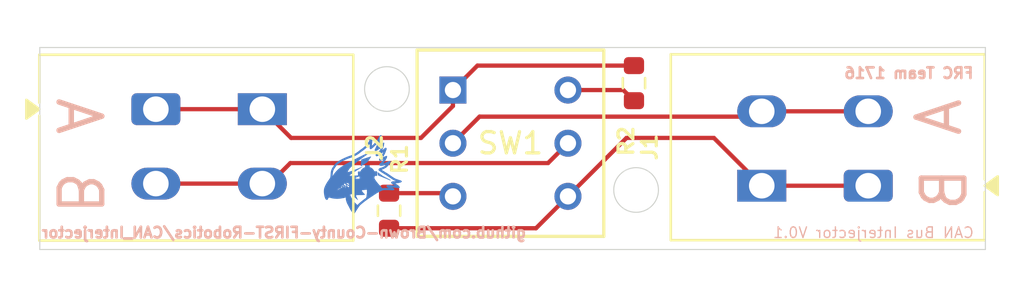
<source format=kicad_pcb>
(kicad_pcb (version 20241229) (generator "pcbnew") (generator_version "9.0")
  (layers (0 "F.Cu" signal) (2 "B.Cu" signal) (13 "F.Paste" user) (15 "B.Paste" user) (5 "F.SilkS" user "F.Silkscreen") (7 "B.SilkS" user "B.Silkscreen") (1 "F.Mask" user) (3 "B.Mask" user) (25 "Edge.Cuts" user))
  (net 0 "")
  (net 1 "Net-(J1-Pin_2)")
  (net 2 "Net-(J1-Pin_1)")
  (net 3 "Net-(J2-Pin_1)")
  (net 4 "Net-(J2-Pin_2)")
  (net 5 "Net-(SW1A-C)")
  (net 6 "Net-(SW1B-C)")
  (footprint "TerminalBlock_WAGO:TerminalBlock_WAGO_2601-1102_1x02_P3.50mm_Horizontal" (layer "F.Cu") (at 174.5 107.5 90)
    (property "Reference" "J1")
    (property "Value" "Conn_01x02")
  )
  (footprint "Resistor_SMD:R_0603_1608Metric" (layer "F.Cu") (at 152 108.675 90)
    (property "Reference" "R1")
    (property "Value" "120 ohms")
  )
  (footprint "Library:SW_TL2201EEYA_EWI" (layer "F.Cu") (at 155 103)
    (property "Reference" "SW1")
    (property "Value" "SW_DPDT_x2")
  )
  (footprint "TerminalBlock_WAGO:TerminalBlock_WAGO_2601-1102_1x02_P3.50mm_Horizontal" (layer "F.Cu") (at 141.05 103.9 -90)
    (property "Reference" "J2")
    (property "Value" "Conn_01x02")
  )
  (footprint "Resistor_SMD:R_0603_1608Metric" (layer "F.Cu") (at 163.5 102.675 90)
    (property "Reference" "R2")
    (property "Value" "120 ohms")
  )
  (gr_curve (pts (xy 150.236047 107.329994) (xy 150.230755 107.311474) (xy 150.209588 107.295599) (xy 150.188421 107.287661)) (stroke (width 0.013229)) (layer "B.Cu") (net 4))
  (gr_curve (pts (xy 150.019089 107.978224) (xy 150.079943 107.949119) (xy 150.154026 107.853869) (xy 150.154026 107.853869)) (stroke (width 0.039671)) (layer "B.Cu") (net 4))
  (gr_line (start 149.950297 107.372328) (end 150.132859 107.512557) (stroke (width 0.039671)) (layer "B.Cu") (net 4))
  (gr_line (start 150.159317 107.74539) (end 150.140797 107.901494) (stroke (width 0.013223)) (layer "B.Cu") (net 4))
  (gr_line (start 150.934547 108.123744) (end 150.961005 108.002036) (stroke (width 0.039671)) (layer "B.Cu") (net 4))
  (gr_line (start 150.143442 107.951765) (end 150.140797 107.901494) (stroke (width 0.039671)) (layer "B.Cu") (net 4))
  (gr_poly (pts (xy 150.709651 106.274307) (xy 150.683193 106.57064) (xy 150.97688 106.382786) (xy 151.143568 106.136724)) (stroke (width 0.026447)) (fill yes) (layer "B.Cu"))
  (gr_line (start 149.89738 107.591932) (end 149.788901 107.515203) (stroke (width 0.039671)) (layer "B.Cu") (net 4))
  (gr_line (start 150.021734 107.576057) (end 149.851444 107.45479) (stroke (width 0.039671)) (layer "B.Cu") (net 4))
  (gr_line (start 151.622463 107.589286) (end 151.529859 107.494036) (stroke (width 0.039671)) (layer "B.Cu") (net 4))
  (gr_poly (pts (xy 149.075436 107.949173) (xy 149.073703 107.949332) (xy 149.071978 107.949595) (xy 149.070262 107.949956) (xy 149.068561 107.950415) (xy 149.066876 107.950968) (xy 149.065211 107.951612) (xy 149.06357 107.952344) (xy 149.061957 107.953161) (xy 149.060374 107.954061) (xy 149.058824 107.95504) (xy 149.057312 107.956096) (xy 149.055841 107.957225) (xy 149.054414 107.958425) (xy 149.053034 107.959693) (xy 149.051706 107.961026) (xy 149.050431 107.96242) (xy 149.049214 107.963874) (xy 149.048058 107.965384) (xy 149.046967 107.966948) (xy 149.045943 107.968561) (xy 149.044991 107.970223) (xy 149.044113 107.971928) (xy 149.043313 107.973676) (xy 149.042595 107.975462) (xy 149.041961 107.977284) (xy 149.041416 107.979139) (xy 149.040962 107.981024) (xy 149.040603 107.982936) (xy 149.040343 107.984873) (xy 149.040184 107.986831) (xy 149.04013 107.988807) (xy 149.040184 107.990783) (xy 149.040343 107.992741) (xy 149.040603 107.994677) (xy 149.040962 107.996589) (xy 149.041416 107.998474) (xy 149.041961 108.000329) (xy 149.042595 108.002151) (xy 149.043313 108.003938) (xy 149.044113 108.005685) (xy 149.044991 108.007391) (xy 149.045943 108.009052) (xy 149.046967 108.010666) (xy 149.048058 108.012229) (xy 149.049214 108.013739) (xy 149.050431 108.015193) (xy 149.051706 108.016588) (xy 149.053034 108.017921) (xy 149.054414 108.019189) (xy 149.055841 108.020389) (xy 149.057312 108.021518) (xy 149.058824 108.022574) (xy 149.060374 108.023553) (xy 149.061957 108.024453) (xy 149.06357 108.02527) (xy 149.065211 108.026002) (xy 149.066876 108.026646) (xy 149.068561 108.027198) (xy 149.070262 108.027657) (xy 149.071978 108.028019) (xy 149.073703 108.028281) (xy 149.075436 108.028441) (xy 149.077172 108.028494) (xy 149.07914 108.0282) (xy 149.081076 108.027816) (xy 149.082977 108.027345) (xy 149.08484 108.026789) (xy 149.086666 108.026152) (xy 149.08845 108.025436) (xy 149.090192 108.024645) (xy 149.091889 108.023781) (xy 149.09354 108.022848) (xy 149.095142 108.021848) (xy 149.096694 108.020783) (xy 149.098194 108.019658) (xy 149.099639 108.018474) (xy 149.101028 108.017235) (xy 149.102359 108.015944) (xy 149.10363 108.014604) (xy 149.104839 108.013217) (xy 149.105984 108.011786) (xy 149.107063 108.010315) (xy 149.108074 108.008806) (xy 149.109015 108.007262) (xy 149.109885 108.005686) (xy 149.110681 108.004081) (xy 149.111402 108.002449) (xy 149.112045 108.000795) (xy 149.112609 107.99912) (xy 149.113091 107.997428) (xy 149.11349 107.995721) (xy 149.113803 107.994003) (xy 149.11403 107.992275) (xy 149.114167 107.990543) (xy 149.114213 107.988807) (xy 149.114159 107.986831) (xy 149.114001 107.984873) (xy 149.11374 107.982936) (xy 149.113381 107.981024) (xy 149.112927 107.979139) (xy 149.112382 107.977284) (xy 149.111748 107.975462) (xy 149.11103 107.973676) (xy 149.11023 107.971928) (xy 149.109352 107.970223) (xy 149.1084 107.968561) (xy 149.107376 107.966948) (xy 149.106285 107.965384) (xy 149.105129 107.963874) (xy 149.103912 107.96242) (xy 149.102638 107.961026) (xy 149.101309 107.959693) (xy 149.099929 107.958425) (xy 149.098502 107.957225) (xy 149.097031 107.956096) (xy 149.095519 107.95504) (xy 149.09397 107.954061) (xy 149.092386 107.953161) (xy 149.090773 107.952344) (xy 149.089132 107.951612) (xy 149.087467 107.950968) (xy 149.085783 107.950415) (xy 149.084081 107.949956) (xy 149.082365 107.949595) (xy 149.08064 107.949332) (xy 149.078907 107.949173) (xy 149.077172 107.949119)) (stroke (width 0.019835)) (fill yes) (layer "B.Cu") (net 4))
  (gr_line (start 149.926484 107.591932) (end 149.89738 107.591932) (stroke (width 0.039671)) (layer "B.Cu") (net 4))
  (gr_poly (pts (xy 151.604108 105.167769) (xy 151.572193 105.223249) (xy 151.552576 105.256415) (xy 151.53234 105.289643) (xy 151.512848 105.320266) (xy 151.503807 105.333768) (xy 151.495464 105.345619) (xy 151.478235 105.369643) (xy 151.457347 105.396923) (xy 151.434351 105.425753) (xy 151.410797 105.454428) (xy 151.388235 105.481243) (xy 151.368216 105.504493) (xy 151.352289 105.522471) (xy 151.342005 105.533473) (xy 151.28866 105.585263) (xy 151.245143 105.626325) (xy 151.210618 105.657837) (xy 151.184248 105.680978) (xy 151.165194 105.696925) (xy 151.152622 105.706857) (xy 151.143568 105.713389) (xy 151.151505 105.507014) (xy 151.172672 105.300639) (xy 151.160146 105.326932) (xy 151.144348 105.357008) (xy 151.134025 105.375464) (xy 151.122071 105.395889) (xy 151.108473 105.418051) (xy 151.09322 105.441716) (xy 151.0763 105.466652) (xy 151.057702 105.492628) (xy 151.037415 105.519409) (xy 151.015426 105.546764) (xy 150.991724 105.57446) (xy 150.979227 105.588363) (xy 150.966297 105.602264) (xy 150.940279 105.628469) (xy 150.913928 105.653522) (xy 150.887407 105.677452) (xy 150.860877 105.700284) (xy 150.834503 105.722047) (xy 150.808446 105.742767) (xy 150.757938 105.781189) (xy 150.667897 105.846715) (xy 150.630969 105.874253) (xy 150.615097 105.886811) (xy 150.601172 105.898598) (xy 150.590639 105.906908) (xy 150.579664 105.915966) (xy 150.555118 105.936343) (xy 150.540911 105.947668) (xy 150.52499 105.959758) (xy 150.507039 105.972614) (xy 150.486739 105.986242) (xy 150.463773 106.000645) (xy 150.437822 106.015827) (xy 150.423629 106.023711) (xy 150.40857 106.031792) (xy 150.392606 106.040069) (xy 150.375697 106.048543) (xy 150.357804 106.057215) (xy 150.338887 106.066085) (xy 150.318905 106.075154) (xy 150.297821 106.084422) (xy 150.275593 106.09389) (xy 150.252181 106.103557) (xy 150.227547 106.113425) (xy 150.201651 106.123495) (xy 150.139277 106.144036) (xy 150.079198 106.165787) (xy 150.021476 106.188467) (xy 149.966172 106.211799) (xy 149.913348 106.235503) (xy 149.863067 106.2593) (xy 149.81539 106.282911) (xy 149.77038 106.306057) (xy 149.741299 106.322855) (xy 149.713598 106.339487) (xy 149.687292 106.355909) (xy 149.662397 106.372079) (xy 149.638928 106.387955) (xy 149.616901 106.403493) (xy 149.596331 106.418652) (xy 149.577234 106.433388) (xy 149.559625 106.447659) (xy 149.54352 106.461422) (xy 149.528935 106.474635) (xy 149.515884 106.487255) (xy 149.504383 106.49924) (xy 149.494448 106.510546) (xy 149.486095 106.521131) (xy 149.479338 106.530953) (xy 149.475618 106.536043) (xy 149.467432 106.547861) (xy 149.443619 106.582877) (xy 149.419807 106.618389) (xy 149.411621 106.630828) (xy 149.407901 106.636786) (xy 149.400755 106.646191) (xy 149.393271 106.656583) (xy 149.385548 106.668023) (xy 149.377681 106.680567) (xy 149.369767 106.694273) (xy 149.361904 106.7092) (xy 149.354188 106.725407) (xy 149.346716 106.74295) (xy 149.339585 106.761889) (xy 149.332893 106.782281) (xy 149.326735 106.804185) (xy 149.321209 106.827658) (xy 149.316411 106.85276) (xy 149.314316 106.865939) (xy 149.312439 106.879547) (xy 149.310793 106.893591) (xy 149.309389 106.908078) (xy 149.308241 106.923016) (xy 149.307359 106.938411) (xy 149.305023 106.975381) (xy 149.302067 107.010428) (xy 149.298616 107.04287) (xy 149.294791 107.072026) (xy 149.290719 107.097213) (xy 149.286523 107.117749) (xy 149.282327 107.132952) (xy 149.280268 107.138341) (xy 149.278255 107.14214) (xy 149.19888 107.263849) (xy 149.18494 107.282273) (xy 149.170949 107.301733) (xy 149.156981 107.322083) (xy 149.143111 107.343182) (xy 149.115955 107.38705) (xy 149.09007 107.43219) (xy 149.066046 107.477453) (xy 149.044471 107.521694) (xy 149.034786 107.543071) (xy 149.025934 107.563763) (xy 149.01799 107.583626) (xy 149.011025 107.602516) (xy 149.00512 107.621004) (xy 149.000246 107.639671) (xy 148.996317 107.658384) (xy 148.993249 107.677012) (xy 148.990956 107.695423) (xy 148.989352 107.713485) (xy 148.988354 107.731067) (xy 148.987874 107.748036) (xy 148.988133 107.77961) (xy 148.989445 107.807154) (xy 148.992505 107.845932) (xy 148.997353 107.88233) (xy 149.002887 107.916104) (xy 149.008986 107.947234) (xy 149.015532 107.975702) (xy 149.022403 108.001488) (xy 149.029479 108.024572) (xy 149.036641 108.044936) (xy 149.043768 108.06256) (xy 149.05074 108.077424) (xy 149.057436 108.089509) (xy 149.063737 108.098796) (xy 149.069523 108.105265) (xy 149.074673 108.108897) (xy 149.076973 108.109643) (xy 149.079068 108.109673) (xy 149.080944 108.108984) (xy 149.082586 108.107573) (xy 149.085109 108.102578) (xy 149.08619 108.098614) (xy 149.087429 108.094682) (xy 149.0888 108.090811) (xy 149.090276 108.087033) (xy 149.09183 108.08338) (xy 149.093434 108.079881) (xy 149.095061 108.076569) (xy 149.096684 108.073473) (xy 149.098277 108.070626) (xy 149.099811 108.068058) (xy 149.10126 108.065799) (xy 149.102596 108.063882) (xy 149.103793 108.062337) (xy 149.104824 108.061195) (xy 149.10566 108.060487) (xy 149.105997 108.060305) (xy 149.106276 108.060244) (xy 149.10823 108.056714) (xy 149.110131 108.053087) (xy 149.1138 108.045651) (xy 149.120828 108.030809) (xy 149.124311 108.023838) (xy 149.126072 108.02056) (xy 149.127856 108.017456) (xy 149.129671 108.014554) (xy 149.131525 108.01188) (xy 149.133425 108.009462) (xy 149.13538 108.007327) (xy 149.137943 108.004714) (xy 149.140193 108.002327) (xy 149.14387 107.998206) (xy 149.148733 107.992403) (xy 149.150376 107.99062) (xy 149.1511 107.989986) (xy 149.151798 107.989515) (xy 149.152497 107.989201) (xy 149.153227 107.989037) (xy 149.154016 107.989018) (xy 149.154893 107.989137) (xy 149.155886 107.989388) (xy 149.157024 107.989765) (xy 149.159849 107.990868) (xy 149.163596 107.992399) (xy 149.168494 107.994305) (xy 149.174772 107.996537) (xy 149.1785 107.997759) (xy 149.182659 107.999044) (xy 149.187277 108.000385) (xy 149.192382 108.001775) (xy 149.198004 108.00321) (xy 149.204172 108.004682) (xy 149.22123 108.007994) (xy 149.233979 108.010345) (xy 149.244309 108.012262) (xy 149.254112 108.014273) (xy 149.265279 108.016903) (xy 149.279702 108.020681) (xy 149.299272 108.026132) (xy 149.32588 108.033786) (xy 149.333673 108.035651) (xy 149.341218 108.037295) (xy 149.355811 108.040028) (xy 149.370157 108.042204) (xy 149.38475 108.044038) (xy 149.416665 108.047552) (xy 149.434979 108.049666) (xy 149.455526 108.052307) (xy 149.474906 108.053324) (xy 149.490759 108.054368) (xy 149.514148 108.056399) (xy 149.530219 108.05812) (xy 149.5435 108.059252) (xy 149.550509 108.05951) (xy 149.558517 108.059515) (xy 149.568091 108.059234) (xy 149.579797 108.058632) (xy 149.611868 108.056322) (xy 149.659255 108.052307) (xy 149.697826 108.050157) (xy 149.720972 108.048772) (xy 149.745575 108.047015) (xy 149.770799 108.044762) (xy 149.795805 108.041889) (xy 149.807965 108.040181) (xy 149.819757 108.038271) (xy 149.831076 108.036145) (xy 149.841817 108.033786) (xy 149.848112 108.032825) (xy 149.857444 108.031553) (xy 149.863425 108.030627) (xy 149.870374 108.029414) (xy 149.878362 108.027844) (xy 149.887458 108.025848) (xy 149.897733 108.023356) (xy 149.909255 108.020298) (xy 149.922096 108.016605) (xy 149.936323 108.012206) (xy 149.952008 108.007032) (xy 149.969221 108.001013) (xy 149.98803 107.994079) (xy 150.008505 107.986161) (xy 150.010127 107.985794) (xy 150.011529 107.98568) (xy 150.012722 107.985804) (xy 150.013719 107.986156) (xy 150.014532 107.986722) (xy 150.015173 107.987492) (xy 150.015654 107.988453) (xy 150.015988 107.989592) (xy 150.016185 107.990898) (xy 150.01626 107.992359) (xy 150.016222 107.993962) (xy 150.016086 107.995695) (xy 150.015563 107.999504) (xy 150.014789 108.003689) (xy 150.012872 108.0128) (xy 150.011923 108.017532) (xy 150.011109 108.022252) (xy 150.010529 108.026863) (xy 150.010356 108.029098) (xy 150.010278 108.031269) (xy 150.010306 108.033365) (xy 150.010453 108.035373) (xy 150.01073 108.037281) (xy 150.011151 108.039078) (xy 150.015616 108.07397) (xy 150.01822 108.092842) (xy 150.021073 108.111838) (xy 150.024173 108.130338) (xy 150.027522 108.147722) (xy 150.031118 108.16337) (xy 150.03301 108.170348) (xy 150.034963 108.176661) (xy 150.045061 108.210493) (xy 150.053732 108.237474) (xy 150.061287 108.258935) (xy 150.068036 108.27621) (xy 150.074289 108.290633) (xy 150.080356 108.303537) (xy 150.093172 108.330119) (xy 150.161964 108.457119) (xy 150.187306 108.50925) (xy 150.20595 108.546747) (xy 150.221123 108.57581) (xy 150.236047 108.60264) (xy 150.251508 108.626287) (xy 150.284333 108.674739) (xy 150.320135 108.726167) (xy 150.334656 108.746176) (xy 150.344526 108.758744) (xy 150.476818 108.552369) (xy 150.509105 108.504413) (xy 150.526628 108.478513) (xy 150.544617 108.452489) (xy 150.56273 108.427209) (xy 150.580625 108.403541) (xy 150.589385 108.392583) (xy 150.597963 108.382353) (xy 150.606315 108.372961) (xy 150.614401 108.364515) (xy 150.679472 108.307846) (xy 150.75 108.25) (xy 150.823504 108.192525) (xy 150.897505 108.136973) (xy 150.969521 108.084893) (xy 151.037073 108.037837) (xy 151.097679 107.997354) (xy 151.148859 107.964994) (xy 151.3215 107.848246) (xy 151.369776 107.816811) (xy 151.414517 107.789004) (xy 151.43469 107.777169) (xy 151.452934 107.767088) (xy 151.468898 107.759047) (xy 151.482234 107.753327) (xy 151.483218 107.750538) (xy 151.484676 107.747633) (xy 151.486605 107.744623) (xy 151.488999 107.741514) (xy 151.491851 107.738316) (xy 151.495158 107.735037) (xy 151.498913 107.731687) (xy 151.503111 107.728274) (xy 151.507748 107.724807) (xy 151.512817 107.721294) (xy 151.518313 107.717744) (xy 151.524232 107.714166) (xy 151.537313 107.706962) (xy 151.552018 107.699749) (xy 151.568304 107.692598) (xy 151.58613 107.685579) (xy 151.605451 107.678762) (xy 151.626225 107.672216) (xy 151.648411 107.666011) (xy 151.671964 107.660217) (xy 151.696843 107.654903) (xy 151.709766 107.652448) (xy 151.723005 107.65014) (xy 151.746091 107.646919) (xy 151.774991 107.645086) (xy 151.808697 107.644477) (xy 151.846202 107.644931) (xy 151.928574 107.648372) (xy 152.014047 107.654108) (xy 152.162048 107.667255) (xy 152.225713 107.673952) (xy 152.175773 107.643856) (xy 152.124138 107.61256) (xy 152.064317 107.576056) (xy 152.052018 107.569948) (xy 152.034386 107.561918) (xy 152.01353 107.552523) (xy 151.991557 107.542322) (xy 151.970576 107.531873) (xy 151.961117 107.52673) (xy 151.952696 107.521734) (xy 151.945578 107.516955) (xy 151.940025 107.512463) (xy 151.937919 107.510347) (xy 151.936302 107.508328) (xy 151.935209 107.506416) (xy 151.934672 107.504619) (xy 151.935754 107.502496) (xy 151.939861 107.501061) (xy 151.956345 107.500092) (xy 151.982518 107.501387) (xy 152.016775 107.504619) (xy 152.103126 107.515595) (xy 152.202562 107.530416) (xy 152.389341 107.561174) (xy 152.474422 107.576056) (xy 152.370573 107.497012) (xy 152.293595 107.438762) (xy 152.24688 107.404077) (xy 152.239358 107.3988) (xy 152.231723 107.393861) (xy 152.22405 107.389223) (xy 152.216412 107.384854) (xy 152.187679 107.369351) (xy 152.18132 107.365795) (xy 152.175437 107.362297) (xy 152.170105 107.358822) (xy 152.165397 107.355336) (xy 152.161386 107.351803) (xy 152.158146 107.348189) (xy 152.156839 107.346341) (xy 152.155752 107.344459) (xy 152.154894 107.342539) (xy 152.154276 107.340577) (xy 152.154507 107.339375) (xy 152.155663 107.338247) (xy 152.157689 107.33719) (xy 152.160534 107.3362) (xy 152.168467 107.334409) (xy 152.179039 107.332846) (xy 152.191828 107.331485) (xy 152.206412 107.330299) (xy 152.239273 107.32834) (xy 152.307941 107.325322) (xy 152.336988 107.323829) (xy 152.358005 107.322056) (xy 152.389889 107.318108) (xy 152.424564 107.314284) (xy 152.493604 107.307504) (xy 152.569672 107.30089) (xy 152.546107 107.2932) (xy 152.486328 107.273108) (xy 152.447974 107.259807) (xy 152.406705 107.245079) (xy 152.364568 107.229483) (xy 152.323609 107.213577) (xy 152.307245 107.207236) (xy 152.290924 107.200177) (xy 152.274688 107.192491) (xy 152.25858 107.184266) (xy 152.242642 107.175592) (xy 152.226917 107.166557) (xy 152.196278 107.147762) (xy 152.167004 107.128595) (xy 152.139434 107.109769) (xy 152.090776 107.075994) (xy 152.022847 107.030932) (xy 151.980436 107.001745) (xy 151.955575 106.98372) (xy 151.940294 106.972145) (xy 151.926626 106.962306) (xy 151.906601 106.94949) (xy 151.872252 106.928985) (xy 151.815609 106.896077) (xy 151.750125 106.855397) (xy 151.719491 106.836003) (xy 151.686129 106.814594) (xy 151.651526 106.792006) (xy 151.617172 106.769077) (xy 151.611859 106.766286) (xy 151.604439 106.762132) (xy 151.595778 106.756985) (xy 151.586745 106.751218) (xy 151.58236 106.748218) (xy 151.578208 106.745202) (xy 151.574397 106.742218) (xy 151.571035 106.739311) (xy 151.568232 106.736529) (xy 151.567073 106.735198) (xy 151.566095 106.733916) (xy 151.56531 106.732689) (xy 151.564733 106.731521) (xy 151.564377 106.730419) (xy 151.564255 106.72939) (xy 151.564447 106.726729) (xy 151.565014 106.724201) (xy 151.565945 106.721795) (xy 151.567227 106.719504) (xy 151.568848 106.717319) (xy 151.570795 106.715233) (xy 151.573058 106.713237) (xy 151.575624 106.711323) (xy 151.57848 106.709483) (xy 151.581615 106.707708) (xy 151.585017 106.70599) (xy 151.588672 106.704321) (xy 151.596698 106.701097) (xy 151.605596 106.69797) (xy 151.615269 106.694874) (xy 151.625621 106.691743) (xy 151.647971 106.685113) (xy 151.659776 106.681482) (xy 151.671871 106.677553) (xy 151.684161 106.673259) (xy 151.696547 106.668535) (xy 151.70996 106.662901) (xy 151.723362 106.656949) (xy 151.749836 106.644309) (xy 151.775379 106.631049) (xy 151.799404 106.617603) (xy 151.82132 106.604405) (xy 151.840538 106.591889) (xy 151.85647 106.580489) (xy 151.863019 106.575343) (xy 151.868526 106.570639) (xy 151.874877 106.564427) (xy 151.883739 106.555049) (xy 151.907387 106.528761) (xy 151.967083 106.459845) (xy 152.045797 106.36691) (xy 151.981305 106.393369) (xy 151.919665 106.418256) (xy 151.855297 106.44364) (xy 151.839625 106.449695) (xy 151.821697 106.455871) (xy 151.780965 106.468072) (xy 151.736885 106.479219) (xy 151.693239 106.488288) (xy 151.672761 106.491724) (xy 151.65381 106.494257) (xy 151.636859 106.495758) (xy 151.622381 106.496102) (xy 151.610848 106.495158) (xy 151.606334 106.494163) (xy 151.602733 106.492799) (xy 151.600106 106.49105) (xy 151.59851 106.488898) (xy 151.598006 106.48633) (xy 151.598651 106.483327) (xy 151.680672 106.414535) (xy 151.68253 106.410792) (xy 151.684622 106.407003) (xy 151.689452 106.399296) (xy 151.695049 106.391426) (xy 151.701301 106.383406) (xy 151.708096 106.375245) (xy 151.715321 106.366957) (xy 151.730612 106.350043) (xy 151.746275 106.332758) (xy 151.753965 106.324004) (xy 151.761411 106.315193) (xy 151.7685 106.306335) (xy 151.775121 106.297442) (xy 151.78116 106.288526) (xy 151.786505 106.279598) (xy 151.796675 106.261609) (xy 151.810318 106.238877) (xy 151.842068 106.187986) (xy 151.881755 106.12614) (xy 151.833262 106.15082) (xy 151.783947 106.175392) (xy 151.727966 106.202538) (xy 151.672853 106.228071) (xy 151.647977 106.238925) (xy 151.626143 106.247807) (xy 151.608293 106.254192) (xy 151.59537 106.257558) (xy 151.591049 106.257945) (xy 151.588314 106.257382) (xy 151.587281 106.255802) (xy 151.588068 106.25314) (xy 151.594142 106.241907) (xy 151.600444 106.230996) (xy 151.606956 106.220357) (xy 151.613658 106.209938) (xy 151.627554 106.189562) (xy 151.641977 106.169465) (xy 151.671784 106.128496) (xy 151.686858 106.106818) (xy 151.694369 106.095504) (xy 151.701839 106.083806) (xy 151.712546 106.065875) (xy 151.725982 106.041556) (xy 151.740906 106.013392) (xy 151.756078 105.983926) (xy 151.782206 105.931257) (xy 151.790681 105.91314) (xy 151.794443 105.90389) (xy 151.795533 105.89734) (xy 151.797704 105.888826) (xy 151.800797 105.878676) (xy 151.804654 105.86722) (xy 151.814023 105.841707) (xy 151.824539 105.814923) (xy 151.843928 105.768084) (xy 151.852651 105.747785) (xy 151.836693 105.760684) (xy 151.817769 105.775691) (xy 151.792458 105.79541) (xy 151.761442 105.819099) (xy 151.725403 105.846012) (xy 151.685023 105.875405) (xy 151.663418 105.8908) (xy 151.640984 105.906535) (xy 151.498109 106.006085) (xy 151.461926 106.029809) (xy 151.446961 106.038833) (xy 151.434857 106.045318) (xy 151.426195 106.048779) (xy 151.423336 106.049225) (xy 151.421556 106.048733) (xy 151.420927 106.047244) (xy 151.421521 106.044696) (xy 151.423412 106.041028) (xy 151.426672 106.036181) (xy 151.430996 106.030325) (xy 151.435528 106.024645) (xy 151.445182 106.013717) (xy 151.455565 106.003201) (xy 151.466607 105.992897) (xy 151.515969 105.949861) (xy 151.529259 105.937658) (xy 151.542789 105.924483) (xy 151.55649 105.910137) (xy 151.570291 105.894422) (xy 151.577208 105.885991) (xy 151.584123 105.877143) (xy 151.59103 105.867854) (xy 151.597917 105.858099) (xy 151.604778 105.847854) (xy 151.611602 105.837095) (xy 151.618383 105.825795) (xy 151.625109 105.813931) (xy 151.63258 105.799088) (xy 151.640974 105.780765) (xy 151.659753 105.736127) (xy 151.679897 105.684916) (xy 151.699854 105.63203) (xy 151.746818 105.501723) (xy 151.744694 105.504932) (xy 151.737764 105.514497) (xy 151.732235 105.521634) (xy 151.725191 105.530326) (xy 151.716527 105.54056) (xy 151.706138 105.552324) (xy 151.69392 105.565608) (xy 151.679768 105.5804) (xy 151.663577 105.596688) (xy 151.645243 105.61446) (xy 151.62466 105.633705) (xy 151.601726 105.654411) (xy 151.589344 105.665309) (xy 151.576334 105.676567) (xy 151.562684 105.688185) (xy 151.54838 105.70016) (xy 151.52002 105.71773) (xy 151.460406 105.753408) (xy 151.401785 105.787597) (xy 151.382923 105.79801) (xy 151.377867 105.800474) (xy 151.376654 105.800887) (xy 151.376401 105.800702) (xy 151.387584 105.779597) (xy 151.399387 105.755888) (xy 151.411934 105.729451) (xy 151.425349 105.70016) (xy 151.45528 105.632526) (xy 151.490172 105.551994) (xy 151.503985 105.513975) (xy 151.522294 105.458191) (xy 151.564586 105.321475) (xy 151.617172 105.144535)) (stroke (width 0.060616)) (fill no) (layer "B.Cu") (net 4))
  (gr_poly (pts (xy 149.821328 107.314173) (xy 149.819393 107.314333) (xy 149.817492 107.314595) (xy 149.815628 107.314957) (xy 149.813803 107.315415) (xy 149.812019 107.315968) (xy 149.810277 107.316612) (xy 149.80858 107.317344) (xy 149.806929 107.318161) (xy 149.805327 107.319061) (xy 149.803775 107.32004) (xy 149.802275 107.321096) (xy 149.80083 107.322225) (xy 149.799441 107.323425) (xy 149.79811 107.324693) (xy 149.796839 107.326026) (xy 149.79563 107.32742) (xy 149.794485 107.328874) (xy 149.793406 107.330384) (xy 149.792395 107.331948) (xy 149.791453 107.333562) (xy 149.790583 107.335223) (xy 149.789787 107.336929) (xy 149.789067 107.338676) (xy 149.788424 107.340462) (xy 149.78786 107.342285) (xy 149.787378 107.34414) (xy 149.786979 107.346025) (xy 149.786665 107.347937) (xy 149.786439 107.349873) (xy 149.786302 107.351831) (xy 149.786256 107.353807) (xy 149.786309 107.355783) (xy 149.786468 107.357741) (xy 149.786729 107.359677) (xy 149.787088 107.36159) (xy 149.787541 107.363475) (xy 149.788087 107.36533) (xy 149.78872 107.367152) (xy 149.789439 107.368938) (xy 149.790239 107.370685) (xy 149.791116 107.372391) (xy 149.792069 107.374053) (xy 149.793092 107.375666) (xy 149.794184 107.37723) (xy 149.79534 107.37874) (xy 149.796556 107.380194) (xy 149.797831 107.381588) (xy 149.79916 107.382921) (xy 149.800539 107.384189) (xy 149.801967 107.385389) (xy 149.803438 107.386518) (xy 149.80495 107.387574) (xy 149.806499 107.388553) (xy 149.808082 107.389453) (xy 149.809696 107.39027) (xy 149.811337 107.391002) (xy 149.813001 107.391646) (xy 149.814686 107.392199) (xy 149.816388 107.392657) (xy 149.818103 107.393019) (xy 149.819829 107.393281) (xy 149.821561 107.393441) (xy 149.823297 107.393495) (xy 149.825265 107.3932) (xy 149.827201 107.392816) (xy 149.829102 107.392345) (xy 149.830966 107.391789) (xy 149.832791 107.391152) (xy 149.834575 107.390437) (xy 149.836317 107.389645) (xy 149.838014 107.388782) (xy 149.839665 107.387848) (xy 149.841267 107.386848) (xy 149.842819 107.385783) (xy 149.844319 107.384658) (xy 149.845764 107.383474) (xy 149.847153 107.382236) (xy 149.848484 107.380944) (xy 149.849755 107.379604) (xy 149.850964 107.378217) (xy 149.852109 107.376786) (xy 149.853188 107.375315) (xy 149.854199 107.373806) (xy 149.855141 107.372262) (xy 149.856011 107.370686) (xy 149.856807 107.369081) (xy 149.857527 107.36745) (xy 149.85817 107.365795) (xy 149.858734 107.36412) (xy 149.859216 107.362428) (xy 149.859615 107.360721) (xy 149.859929 107.359003) (xy 149.860155 107.357276) (xy 149.860292 107.355543) (xy 149.860338 107.353807) (xy 149.860285 107.351831) (xy 149.860126 107.349873) (xy 149.859865 107.347937) (xy 149.859506 107.346025) (xy 149.859053 107.34414) (xy 149.858507 107.342285) (xy 149.857874 107.340462) (xy 149.857155 107.338676) (xy 149.856355 107.336929) (xy 149.855478 107.335223) (xy 149.854525 107.333562) (xy 149.853502 107.331948) (xy 149.85241 107.330384) (xy 149.851254 107.328874) (xy 149.850038 107.32742) (xy 149.848763 107.326026) (xy 149.847434 107.324693) (xy 149.846055 107.323425) (xy 149.844627 107.322225) (xy 149.843156 107.321096) (xy 149.841644 107.32004) (xy 149.840095 107.319061) (xy 149.838512 107.318161) (xy 149.836898 107.317344) (xy 149.835257 107.316612) (xy 149.833593 107.315968) (xy 149.831908 107.315415) (xy 149.830206 107.314957) (xy 149.828491 107.314595) (xy 149.826765 107.314333) (xy 149.825033 107.314173) (xy 149.823297 107.314119)) (stroke (width 0.019835)) (fill yes) (layer "B.Cu") (net 4))
  (gr_line (start 150.188421 107.287661) (end 150.116984 107.26914) (stroke (width 0.013229)) (layer "B.Cu") (net 4))
  (gr_poly (pts (xy 149.289688 107.125377) (xy 149.288084 107.126032) (xy 149.286414 107.127221) (xy 149.284667 107.128964) (xy 149.282833 107.131284) (xy 149.280901 107.134203) (xy 149.27101 107.14923) (xy 149.252872 107.174552) (xy 149.201526 107.244666) (xy 149.173155 107.283754) (xy 149.146211 107.321726) (xy 149.123112 107.355729) (xy 149.11376 107.370351) (xy 149.106276 107.382911) (xy 149.101659 107.389384) (xy 149.096747 107.396869) (xy 149.091556 107.405322) (xy 149.086101 107.414702) (xy 149.074464 107.43607) (xy 149.061958 107.460632) (xy 149.048708 107.488047) (xy 149.034838 107.517972) (xy 149.020472 107.550069) (xy 149.005734 107.583994) (xy 149.002471 107.592688) (xy 148.9996 107.600955) (xy 148.997077 107.608865) (xy 148.994861 107.616489) (xy 148.992908 107.623895) (xy 148.991177 107.631154) (xy 148.988205 107.64551) (xy 148.985606 107.660114) (xy 148.983037 107.675524) (xy 148.980159 107.692298) (xy 148.97663 107.710994) (xy 148.975595 107.732906) (xy 148.97542 107.755813) (xy 148.976036 107.779473) (xy 148.977374 107.80364) (xy 148.979362 107.828071) (xy 148.981931 107.852521) (xy 148.988536 107.900502) (xy 148.996628 107.945631) (xy 149.005651 107.985955) (xy 149.015046 108.019518) (xy 149.019709 108.033155) (xy 149.024255 108.04437) (xy 149.055674 108.110846) (xy 149.0587 108.116243) (xy 149.061591 108.120721) (xy 149.064365 108.1242) (xy 149.067043 108.126597) (xy 149.068351 108.127364) (xy 149.069643 108.127831) (xy 149.07092 108.127987) (xy 149.072184 108.127822) (xy 149.07344 108.127325) (xy 149.074688 108.126486) (xy 149.075931 108.125296) (xy 149.077171 108.123744) (xy 149.081269 108.115109) (xy 149.085646 108.105265) (xy 149.095361 108.083065) (xy 149.100762 108.071267) (xy 149.106565 108.059376) (xy 149.109627 108.053483) (xy 149.112802 108.047672) (xy 149.116093 108.041976) (xy 149.119505 108.036432) (xy 149.12401 108.029991) (xy 149.129623 108.022609) (xy 149.136399 108.014334) (xy 149.144392 108.005219) (xy 149.153656 107.995314) (xy 149.164246 107.984668) (xy 149.176216 107.973332) (xy 149.189619 107.961356) (xy 149.204511 107.948792) (xy 149.220946 107.935689) (xy 149.238977 107.922097) (xy 149.258659 107.908068) (xy 149.280047 107.893651) (xy 149.303194 107.878896) (xy 149.328155 107.863855) (xy 149.354984 107.848578) (xy 149.362667 107.844885) (xy 149.370812 107.840738) (xy 149.379384 107.836119) (xy 149.388346 107.831008) (xy 149.397665 107.825385) (xy 149.407306 107.819231) (xy 149.417234 107.812526) (xy 149.427414 107.805252) (xy 149.43781 107.797389) (xy 149.448389 107.788917) (xy 149.459115 107.779818) (xy 149.469954 107.770071) (xy 149.48087 107.759657) (xy 149.491828 107.748558) (xy 149.502795 107.736753) (xy 149.513734 107.724223) (xy 149.555902 107.69004) (xy 149.591621 107.660599) (xy 149.646687 107.614091) (xy 149.712171 107.557536) (xy 149.740258 107.531109) (xy 149.768685 107.505364) (xy 149.82495 107.455671) (xy 149.851982 107.4316) (xy 149.877743 107.407964) (xy 149.901829 107.384699) (xy 149.913118 107.373187) (xy 149.923838 107.361744) (xy 149.924946 107.360773) (xy 149.925325 107.359366) (xy 149.92502 107.357556) (xy 149.924076 107.355373) (xy 149.922539 107.352846) (xy 149.920455 107.350007) (xy 149.914826 107.343513) (xy 149.907554 107.336136) (xy 149.899003 107.328119) (xy 149.889537 107.319706) (xy 149.879521 107.311143) (xy 149.859294 107.294539) (xy 149.841239 107.280261) (xy 149.823297 107.266495) (xy 149.794006 107.286891) (xy 149.767569 107.306141) (xy 149.722755 107.339586) (xy 149.704131 107.352975) (xy 149.69571 107.35866) (xy 149.687863 107.363605) (xy 149.680574 107.367759) (xy 149.673828 107.371072) (xy 149.667608 107.373494) (xy 149.661901 107.374973) (xy 149.660607 107.375123) (xy 149.658743 107.375552) (xy 149.653508 107.377123) (xy 149.638419 107.38225) (xy 149.62937 107.385309) (xy 149.619857 107.388368) (xy 149.615051 107.38982) (xy 149.610281 107.391179) (xy 149.605596 107.392414) (xy 149.601046 107.393494) (xy 149.595651 107.39387) (xy 149.59038 107.394021) (xy 149.585233 107.393971) (xy 149.58021 107.393742) (xy 149.575311 107.393359) (xy 149.570537 107.392843) (xy 149.561359 107.39151) (xy 149.552677 107.389929) (xy 149.544492 107.388285) (xy 149.536802 107.386766) (xy 149.529609 107.385557) (xy 149.511279 107.38089) (xy 149.50314 107.378691) (xy 149.495585 107.376503) (xy 149.488542 107.374269) (xy 149.481938 107.37193) (xy 149.475697 107.369428) (xy 149.469747 107.366705) (xy 149.464014 107.363704) (xy 149.458425 107.360365) (xy 149.452905 107.35663) (xy 149.447382 107.352443) (xy 149.441781 107.347743) (xy 149.436028 107.342474) (xy 149.430051 107.336577) (xy 149.423776 107.329994) (xy 149.420298 107.3259) (xy 149.416789 107.32155) (xy 149.409554 107.312052) (xy 149.393349 107.289645) (xy 149.383882 107.276613) (xy 149.373174 107.262277) (xy 149.360979 107.246578) (xy 149.354245 107.238197) (xy 149.347047 107.229452) (xy 149.33956 107.218412) (xy 149.332918 107.207237) (xy 149.327036 107.1961) (xy 149.321828 107.185176) (xy 149.313095 107.164666) (xy 149.306036 107.147101) (xy 149.302921 107.139859) (xy 149.299969 107.133877) (xy 149.297095 107.129329) (xy 149.29566 107.127647) (xy 149.294213 107.126389) (xy 149.292742 107.125577) (xy 149.291237 107.125232)) (stroke (width 0.039671)) (fill yes) (layer "B.Cu") (net 4))
  (gr_curve (pts (xy 149.751859 108.054953) (xy 149.751859 108.054953) (xy 149.947651 108.012619) (xy 150.019089 107.978224)) (stroke (width 0.039671)) (layer "B.Cu") (net 4))
  (gr_poly (pts (xy 151.18721 105.880604) (xy 151.136922 105.900454) (xy 150.992838 105.962884) (xy 150.804229 106.049809) (xy 150.587282 106.154252) (xy 150.358179 106.269238) (xy 150.133108 106.387789) (xy 149.928252 106.502929) (xy 149.838463 106.55704) (xy 149.759797 106.607682) (xy 149.710854 106.642108) (xy 149.664294 106.678577) (xy 149.620207 106.716588) (xy 149.578681 106.755642) (xy 149.539807 106.795238) (xy 149.503673 106.834878) (xy 149.470368 106.874059) (xy 149.439982 106.912284) (xy 149.412603 106.949051) (xy 149.388321 106.983861) (xy 149.367225 107.016213) (xy 149.349404 107.045609) (xy 149.334947 107.071547) (xy 149.323943 107.093528) (xy 149.316482 107.111053) (xy 149.312652 107.12362) (xy 149.309107 107.140253) (xy 149.307333 107.156417) (xy 149.307225 107.172104) (xy 149.308678 107.187311) (xy 149.311585 107.202031) (xy 149.315843 107.216259) (xy 149.321346 107.229991) (xy 149.327989 107.243219) (xy 149.335666 107.255941) (xy 149.344274 107.268149) (xy 149.353706 107.279839) (xy 149.363857 107.291005) (xy 149.374623 107.301642) (xy 149.385898 107.311744) (xy 149.397577 107.321307) (xy 149.409555 107.330325) (xy 149.433986 107.346705) (xy 149.458353 107.36084) (xy 149.481812 107.372689) (xy 149.503523 107.382208) (xy 149.522645 107.389356) (xy 149.538337 107.394089) (xy 149.549758 107.396365) (xy 149.553605 107.396568) (xy 149.556068 107.39614) (xy 149.559732 107.395779) (xy 149.568015 107.394735) (xy 149.579834 107.393071) (xy 149.594102 107.390849) (xy 149.609734 107.388131) (xy 149.625645 107.384978) (xy 149.633366 107.383259) (xy 149.64075 107.381454) (xy 149.647661 107.379572) (xy 149.653963 107.37762) (xy 149.665806 107.372793) (xy 149.677512 107.367284) (xy 149.689072 107.361156) (xy 149.700472 107.354469) (xy 149.711702 107.347286) (xy 149.72275 107.339669) (xy 149.733604 107.331679) (xy 149.744253 107.32338) (xy 149.754684 107.314833) (xy 149.764887 107.306099) (xy 149.78456 107.288323) (xy 149.803179 107.270546) (xy 149.820651 107.253266) (xy 149.832594 107.241989) (xy 149.844629 107.231019) (xy 149.856788 107.220413) (xy 149.869103 107.210229) (xy 149.881603 107.200526) (xy 149.894321 107.191362) (xy 149.907286 107.182795) (xy 149.920531 107.174883) (xy 149.934086 107.167683) (xy 149.947982 107.161256) (xy 149.96225 107.155657) (xy 149.97692 107.150946) (xy 149.984417 107.148942) (xy 149.992026 107.147181) (xy 149.999751 107.145671) (xy 150.007596 107.144419) (xy 150.015565 107.143433) (xy 150.023662 107.14272) (xy 150.031891 107.142287) (xy 150.040255 107.142141) (xy 150.058243 107.142617) (xy 150.075977 107.144033) (xy 150.093437 107.146363) (xy 150.110602 107.149587) (xy 150.127452 107.153681) (xy 150.143964 107.158622) (xy 150.160119 107.164388) (xy 150.175895 107.170955) (xy 150.191273 107.178302) (xy 150.20623 107.186405) (xy 150.220747 107.195241) (xy 150.234801 107.204788) (xy 150.248374 107.215023) (xy 150.261443 107.225923) (xy 150.273987 107.237465) (xy 150.285987 107.249627) (xy 150.297421 107.262386) (xy 150.308268 107.27572) (xy 150.318508 107.289604) (xy 150.328119 107.304017) (xy 150.337081 107.318936) (xy 150.345373 107.334337) (xy 150.352974 107.350199) (xy 150.359864 107.366499) (xy 150.366021 107.383213) (xy 150.371424 107.400319) (xy 150.376054 107.417794) (xy 150.379888 107.435616) (xy 150.382907 107.453761) (xy 150.385089 107.472207) (xy 150.386413 107.490932) (xy 150.386859 107.509911) (xy 150.386061 107.535046) (xy 150.383697 107.559805) (xy 150.379813 107.584122) (xy 150.374457 107.607931) (xy 150.367675 107.631167) (xy 150.359512 107.653763) (xy 150.350017 107.675654) (xy 150.339234 107.696773) (xy 150.327212 107.717056) (xy 150.313996 107.736435) (xy 150.299632 107.754845) (xy 150.284168 107.772221) (xy 150.26765 107.788496) (xy 150.250124 107.803604) (xy 150.231636 107.81748) (xy 150.212234 107.830057) (xy 150.208309 107.833679) (xy 150.206377 107.838538) (xy 150.206327 107.844553) (xy 150.208043 107.851642) (xy 150.211413 107.859726) (xy 150.216321 107.868723) (xy 150.222655 107.878553) (xy 150.2303 107.889134) (xy 150.24907 107.912226) (xy 150.271719 107.937353) (xy 150.297337 107.963867) (xy 150.325013 107.991122) (xy 150.382896 108.045264) (xy 150.438081 108.094599) (xy 150.511214 108.15814) (xy 150.521925 108.16734) (xy 150.5264 108.171016) (xy 150.530303 108.174067) (xy 150.533644 108.176486) (xy 150.536433 108.178267) (xy 150.538682 108.179402) (xy 150.540401 108.179886) (xy 150.541065 108.179881) (xy 150.5416 108.17971) (xy 150.542008 108.179373) (xy 150.542291 108.178869) (xy 150.542449 108.178197) (xy 150.542483 108.177355) (xy 150.542189 108.175163) (xy 150.541417 108.172284) (xy 150.54018 108.168712) (xy 150.538487 108.164441) (xy 150.536349 108.159463) (xy 150.530782 108.147362) (xy 150.523564 108.132354) (xy 150.504516 108.0934) (xy 150.492857 108.069346) (xy 150.479887 108.042168) (xy 150.465693 108.011812) (xy 150.450359 107.978224) (xy 150.448608 107.972139) (xy 150.448748 107.966757) (xy 150.450689 107.962033) (xy 150.454339 107.957925) (xy 150.459604 107.954391) (xy 150.466393 107.951388) (xy 150.474615 107.948873) (xy 150.484177 107.946804) (xy 150.506952 107.943833) (xy 150.533982 107.942133) (xy 150.564532 107.941363) (xy 150.597865 107.941182) (xy 150.669933 107.941223) (xy 150.707195 107.940764) (xy 150.744295 107.939528) (xy 150.780495 107.937177) (xy 150.815061 107.933369) (xy 150.847254 107.927762) (xy 150.862231 107.924177) (xy 150.876338 107.920015) (xy 150.850872 107.894219) (xy 150.826853 107.868856) (xy 150.799609 107.838656) (xy 150.785786 107.822556) (xy 150.772366 107.806224) (xy 150.759751 107.789985) (xy 150.748346 107.774164) (xy 150.738554 107.759087) (xy 150.734388 107.75193) (xy 150.730776 107.74508) (xy 150.727769 107.73858) (xy 150.725417 107.732469) (xy 150.723771 107.726788) (xy 150.72288 107.721578) (xy 150.723715 107.719631) (xy 150.726148 107.717757) (xy 150.735381 107.714204) (xy 150.749721 107.710875) (xy 150.768314 107.707729) (xy 150.814828 107.701812) (xy 150.86807 107.696112) (xy 150.921188 107.690288) (xy 150.96733 107.683999) (xy 150.985644 107.680573) (xy 150.999644 107.676904) (xy 151.004758 107.674964) (xy 151.008473 107.672947) (xy 151.010681 107.670848) (xy 151.011276 107.668661) (xy 151.010995 107.659911) (xy 151.012005 107.648766) (xy 151.014107 107.635559) (xy 151.017105 107.620623) (xy 151.024996 107.586899) (xy 151.034096 107.55026) (xy 151.042824 107.513374) (xy 151.046555 107.495671) (xy 151.049599 107.478905) (xy 151.05176 107.463412) (xy 151.052839 107.449522) (xy 151.05264 107.437571) (xy 151.051999 107.432426) (xy 151.050963 107.427891) (xy 151.04692 107.415283) (xy 151.041775 107.403707) (xy 151.03559 107.393092) (xy 151.028427 107.383371) (xy 151.020348 107.374474) (xy 151.011414 107.36633) (xy 151.001686 107.358872) (xy 150.991226 107.352029) (xy 150.980095 107.345733) (xy 150.968355 107.339915) (xy 150.943296 107.329431) (xy 150.916538 107.320026) (xy 150.888575 107.311143) (xy 150.831003 107.292731) (xy 150.802377 107.282093) (xy 150.78832 107.276173) (xy 150.774515 107.269761) (xy 150.761024 107.262786) (xy 150.747909 107.255181) (xy 150.735231 107.246875) (xy 150.723051 107.237799) (xy 150.711431 107.227884) (xy 150.700433 107.21706) (xy 150.690117 107.205259) (xy 150.680547 107.192411) (xy 150.67752 107.188903) (xy 150.673447 107.185801) (xy 150.668399 107.183078) (xy 150.662445 107.180707) (xy 150.648101 107.176906) (xy 150.630979 107.17418) (xy 150.61164 107.172306) (xy 150.590645 107.171064) (xy 150.54594 107.169591) (xy 150.501359 107.167994) (xy 150.48052 107.166597) (xy 150.461397 107.164506) (xy 150.444554 107.1615) (xy 150.437163 107.159585) (xy 150.430552 107.157359) (xy 150.424792 107.154794) (xy 150.419952 107.151861) (xy 150.416104 107.148535) (xy 150.413318 107.144786) (xy 150.413084 107.14174) (xy 150.415724 107.13809) (xy 150.428847 107.12917) (xy 150.451124 107.118404) (xy 150.480993 107.106174) (xy 150.557262 107.078837) (xy 150.645159 107.050198) (xy 150.863109 106.98339) (xy 150.825964 106.988899) (xy 150.766371 106.995214) (xy 150.690655 107.001901) (xy 150.605141 107.008526) (xy 150.430019 107.019853) (xy 150.353063 107.023688) (xy 150.291609 107.025724) (xy 150.236543 107.027873) (xy 150.212917 107.0287) (xy 150.192391 107.029031) (xy 150.175338 107.028618) (xy 150.168229 107.028054) (xy 150.162129 107.027212) (xy 150.157083 107.02606) (xy 150.153137 107.024566) (xy 150.150339 107.022701) (xy 150.149385 107.021619) (xy 150.148735 107.020432) (xy 150.149657 107.016491) (xy 150.154719 107.010232) (xy 150.176144 106.991416) (xy 150.210777 106.96529) (xy 150.256387 106.933161) (xy 150.371605 106.856117) (xy 150.503938 106.770732) (xy 150.847235 106.554765) (xy 150.821752 106.568558) (xy 150.784267 106.586598) (xy 150.680837 106.632322) (xy 150.552043 106.685734) (xy 150.412987 106.740635) (xy 150.278768 106.790823) (xy 150.164486 106.830098) (xy 150.11954 106.843704) (xy 150.08524 106.852256) (xy 150.063474 106.85498) (xy 150.057882 106.853913) (xy 150.05613 106.851099) (xy 150.065887 106.831379) (xy 150.07678 106.810218) (xy 150.090526 106.784622) (xy 150.106257 106.756918) (xy 150.114594 106.743003) (xy 150.123103 106.729432) (xy 150.131674 106.716496) (xy 150.140198 106.704488) (xy 150.148567 106.693696) (xy 150.156672 106.684411) (xy 150.204138 106.634855) (xy 150.262061 106.580159) (xy 150.328743 106.521386) (xy 150.402487 106.459598) (xy 150.564368 106.331223) (xy 150.734125 106.203531) (xy 150.898177 106.085016) (xy 151.042944 105.984175) (xy 151.154844 105.909502) (xy 151.220297 105.869495)) (fill yes) (layer "B.Cu") (net 4))
  (gr_line (start 150.159317 107.74539) (end 150.161964 107.77714) (stroke (width 0.013223)) (layer "B.Cu") (net 4))
  (gr_poly (pts (xy 151.587045 105.196822) (xy 151.58528 105.198394) (xy 151.583231 105.200801) (xy 151.578347 105.207897) (xy 151.572529 105.217663) (xy 151.558633 105.243424) (xy 151.525601 105.307379) (xy 151.508636 105.338442) (xy 151.500516 105.352184) (xy 151.492818 105.36414) (xy 151.475589 105.388165) (xy 151.454701 105.415445) (xy 151.431705 105.444275) (xy 151.408151 105.47295) (xy 151.385589 105.499765) (xy 151.36557 105.523014) (xy 151.349643 105.540992) (xy 151.339359 105.551994) (xy 151.286014 105.603784) (xy 151.242497 105.644847) (xy 151.207972 105.676359) (xy 151.181601 105.6995) (xy 151.162548 105.715447) (xy 151.149976 105.725379) (xy 151.140922 105.731911) (xy 151.148859 105.525536) (xy 151.160435 105.423341) (xy 151.167835 105.354012) (xy 151.169876 105.330091) (xy 151.170224 105.322729) (xy 151.170026 105.319161) (xy 151.169126 105.317751) (xy 151.167911 105.317462) (xy 151.166377 105.318253) (xy 151.164517 105.320081) (xy 151.159806 105.326684) (xy 151.153738 105.336938) (xy 151.115125 105.407797) (xy 151.101693 105.431305) (xy 151.086672 105.456465) (xy 151.070023 105.482943) (xy 151.051708 105.510405) (xy 151.031687 105.538518) (xy 151.009922 105.56695) (xy 150.998374 105.58118) (xy 150.986375 105.595365) (xy 150.97392 105.609463) (xy 150.961005 105.623432) (xy 150.934988 105.649636) (xy 150.908636 105.67469) (xy 150.882115 105.698619) (xy 150.855585 105.721452) (xy 150.829211 105.743215) (xy 150.803155 105.763935) (xy 150.752646 105.802356) (xy 150.662605 105.867882) (xy 150.625677 105.89542) (xy 150.609806 105.907978) (xy 150.59588 105.919765) (xy 150.586279 105.926619) (xy 150.576119 105.934286) (xy 150.552885 105.952094) (xy 150.539191 105.96225) (xy 150.523698 105.97325) (xy 150.506097 105.985104) (xy 150.486078 105.997817) (xy 150.46333 106.011399) (xy 150.437543 106.025857) (xy 150.408408 106.041198) (xy 150.392488 106.049203) (xy 150.375614 106.057431) (xy 150.357749 106.065884) (xy 150.338852 106.074563) (xy 150.318885 106.083469) (xy 150.29781 106.092602) (xy 150.275588 106.101964) (xy 150.25218 106.111556) (xy 150.227547 106.121378) (xy 150.201651 106.131432) (xy 150.139277 106.151973) (xy 150.079198 106.173724) (xy 150.021476 106.196405) (xy 149.966172 106.219737) (xy 149.913348 106.243441) (xy 149.863067 106.267238) (xy 149.81539 106.290849) (xy 149.77038 106.313995) (xy 149.741299 106.330793) (xy 149.713598 106.347424) (xy 149.687292 106.363846) (xy 149.662397 106.380016) (xy 149.638928 106.395892) (xy 149.616901 106.41143) (xy 149.596331 106.426589) (xy 149.577234 106.441325) (xy 149.559625 106.455596) (xy 149.54352 106.46936) (xy 149.528935 106.482573) (xy 149.515884 106.495193) (xy 149.504383 106.507177) (xy 149.494448 106.518483) (xy 149.486095 106.529069) (xy 149.479338 106.53889) (xy 149.475618 106.54398) (xy 149.467432 106.555799) (xy 149.443619 106.590815) (xy 149.419807 106.626327) (xy 149.411621 106.638765) (xy 149.407901 106.644724) (xy 149.400755 106.654128) (xy 149.393271 106.664521) (xy 149.385548 106.67596) (xy 149.377681 106.688504) (xy 149.369767 106.702211) (xy 149.361904 106.717138) (xy 149.354188 106.733344) (xy 149.346716 106.750888) (xy 149.339585 106.769827) (xy 149.332893 106.790219) (xy 149.326735 106.812122) (xy 149.321209 106.835596) (xy 149.316411 106.860697) (xy 149.314316 106.873876) (xy 149.312439 106.887484) (xy 149.310793 106.901528) (xy 149.309389 106.916015) (xy 149.308241 106.930953) (xy 149.307359 106.946349) (xy 149.305023 106.983318) (xy 149.302067 107.018365) (xy 149.298616 107.050807) (xy 149.294791 107.079963) (xy 149.290719 107.10515) (xy 149.286523 107.125686) (xy 149.282327 107.14089) (xy 149.280268 107.146278) (xy 149.278255 107.150078) (xy 149.19888 107.271786) (xy 149.18494 107.290211) (xy 149.170949 107.30967) (xy 149.156981 107.330021) (xy 149.143111 107.35112) (xy 149.115955 107.394988) (xy 149.09007 107.440127) (xy 149.066046 107.485391) (xy 149.044471 107.529631) (xy 149.034786 107.551009) (xy 149.025934 107.5717) (xy 149.01799 107.591563) (xy 149.011025 107.610452) (xy 149.00512 107.628941) (xy 149.000246 107.647608) (xy 148.996317 107.666321) (xy 148.993249 107.684949) (xy 148.990956 107.70336) (xy 148.989352 107.721422) (xy 148.988354 107.739004) (xy 148.987874 107.755973) (xy 148.988133 107.787548) (xy 148.989445 107.815091) (xy 148.992505 107.853869) (xy 148.997353 107.890267) (xy 149.002887 107.924041) (xy 149.008986 107.955171) (xy 149.015532 107.983639) (xy 149.022403 108.009425) (xy 149.029479 108.03251) (xy 149.036641 108.052873) (xy 149.043768 108.070497) (xy 149.05074 108.085361) (xy 149.057436 108.097446) (xy 149.063737 108.106733) (xy 149.069523 108.113202) (xy 149.074673 108.116834) (xy 149.076973 108.117581) (xy 149.079068 108.11761) (xy 149.080944 108.116921) (xy 149.082586 108.11551) (xy 149.085109 108.110515) (xy 149.08619 108.106551) (xy 149.087429 108.102619) (xy 149.0888 108.098748) (xy 149.090276 108.094971) (xy 149.09183 108.091317) (xy 149.093434 108.087818) (xy 149.095061 108.084506) (xy 149.096684 108.081411) (xy 149.098277 108.078563) (xy 149.099811 108.075995) (xy 149.10126 108.073737) (xy 149.102596 108.071819) (xy 149.103793 108.070274) (xy 149.104824 108.069132) (xy 149.10566 108.068424) (xy 149.105997 108.068243) (xy 149.106276 108.068181) (xy 149.10823 108.064651) (xy 149.110131 108.061024) (xy 149.1138 108.053588) (xy 149.120828 108.038746) (xy 149.124311 108.031775) (xy 149.126072 108.028497) (xy 149.127856 108.025393) (xy 149.129671 108.022491) (xy 149.131525 108.019817) (xy 149.133425 108.017399) (xy 149.13538 108.015265) (xy 149.137943 108.012651) (xy 149.140193 108.010264) (xy 149.14387 108.006144) (xy 149.148733 108.00034) (xy 149.150376 107.998557) (xy 149.1511 107.997923) (xy 149.151798 107.997452) (xy 149.152497 107.997138) (xy 149.153227 107.996974) (xy 149.154016 107.996955) (xy 149.154893 107.997075) (xy 149.155886 107.997325) (xy 149.157024 107.997702) (xy 149.159849 107.998806) (xy 149.163596 108.000336) (xy 149.168494 108.002242) (xy 149.174772 108.004474) (xy 149.1785 108.005696) (xy 149.182659 108.006981) (xy 149.187277 108.008322) (xy 149.192382 108.009713) (xy 149.198004 108.011147) (xy 149.204172 108.012619) (xy 149.22123 108.015931) (xy 149.233979 108.018282) (xy 149.244309 108.0202) (xy 149.254112 108.02221) (xy 149.265279 108.02484) (xy 149.279702 108.028618) (xy 149.299272 108.03407) (xy 149.32588 108.041723) (xy 149.333673 108.043588) (xy 149.341218 108.045232) (xy 149.355811 108.047965) (xy 149.370157 108.050141) (xy 149.38475 108.051975) (xy 149.416665 108.055489) (xy 149.434979 108.057603) (xy 149.455526 108.060244) (xy 149.474906 108.061261) (xy 149.490759 108.062306) (xy 149.514148 108.064337) (xy 149.530219 108.066057) (xy 149.5435 108.067189) (xy 149.550509 108.067447) (xy 149.558517 108.067453) (xy 149.568091 108.067172) (xy 149.579797 108.066569) (xy 149.611868 108.064259) (xy 149.659255 108.060244) (xy 149.676412 108.058895) (xy 149.695801 108.056895) (xy 149.716926 108.054337) (xy 149.739292 108.051314) (xy 149.762401 108.047919) (xy 149.785759 108.044245) (xy 149.831234 108.036432) (xy 149.861537 108.031264) (xy 149.873232 108.029037) (xy 149.883159 108.02684) (xy 149.891721 108.02452) (xy 149.895617 108.023265) (xy 149.899323 108.021921) (xy 149.902889 108.020468) (xy 149.906367 108.018887) (xy 149.909805 108.017159) (xy 149.913255 108.015265) (xy 149.929008 108.007463) (xy 149.943532 107.999979) (xy 149.968942 107.986243) (xy 150.005529 107.965655) (xy 150.011778 107.962349) (xy 150.016892 107.959919) (xy 150.020882 107.958435) (xy 150.02376 107.957966) (xy 150.024786 107.958134) (xy 150.025537 107.958582) (xy 150.026016 107.959319) (xy 150.026225 107.960353) (xy 150.025835 107.963349) (xy 150.02438 107.96764) (xy 150.021998 107.978275) (xy 150.019838 107.989344) (xy 150.017933 108.000847) (xy 150.016319 108.012784) (xy 150.01503 108.025156) (xy 150.014102 108.037961) (xy 150.013569 108.0512) (xy 150.013466 108.064874) (xy 150.013828 108.078982) (xy 150.014691 108.093523) (xy 150.016088 108.108499) (xy 150.018055 108.123909) (xy 150.020626 108.139753) (xy 150.023837 108.156031) (xy 150.027723 108.172743) (xy 150.032318 108.18989) (xy 150.042415 108.223722) (xy 150.051087 108.250702) (xy 150.058642 108.272164) (xy 150.065391 108.289439) (xy 150.071644 108.303862) (xy 150.07771 108.316766) (xy 150.090526 108.343348) (xy 150.159318 108.470348) (xy 150.18466 108.522479) (xy 150.203305 108.559976) (xy 150.218477 108.589039) (xy 150.233401 108.615869) (xy 150.248863 108.639516) (xy 150.281688 108.687968) (xy 150.317489 108.739396) (xy 150.33201 108.759405) (xy 150.34188 108.771973) (xy 150.474172 108.565598) (xy 150.506459 108.517642) (xy 150.523983 108.491742) (xy 150.541971 108.465718) (xy 150.560084 108.440437) (xy 150.577979 108.41677) (xy 150.586739 108.405811) (xy 150.595317 108.395582) (xy 150.60367 108.38619) (xy 150.611755 108.377743) (xy 150.676826 108.321075) (xy 150.747354 108.263228) (xy 150.820859 108.205754) (xy 150.894859 108.150202) (xy 150.966876 108.098122) (xy 151.034427 108.051066) (xy 151.095033 108.010582) (xy 151.146214 107.978222) (xy 151.318854 107.861475) (xy 151.36713 107.83004) (xy 151.411872 107.802233) (xy 151.432045 107.790397) (xy 151.450288 107.780317) (xy 151.466252 107.772276) (xy 151.479589 107.766556) (xy 151.506104 107.753657) (xy 151.533952 107.739271) (xy 151.562979 107.72414) (xy 151.593029 107.709009) (xy 151.608389 107.701676) (xy 151.623947 107.694622) (xy 151.639683 107.68794) (xy 151.655578 107.681724) (xy 151.671612 107.676065) (xy 151.687767 107.671058) (xy 151.704022 107.666794) (xy 151.720359 107.663368) (xy 151.743087 107.659967) (xy 151.770961 107.657617) (xy 151.83843 107.655555) (xy 151.915324 107.65616) (xy 151.994203 107.658407) (xy 152.128148 107.66374) (xy 152.168332 107.664779) (xy 152.178471 107.664444) (xy 152.180645 107.664007) (xy 152.180734 107.663368) (xy 152.159878 107.650744) (xy 152.145346 107.641747) (xy 152.125833 107.629303) (xy 152.116139 107.62319) (xy 152.103344 107.615371) (xy 152.085092 107.604514) (xy 152.059026 107.589285) (xy 152.046727 107.583177) (xy 152.029095 107.575146) (xy 152.008238 107.565752) (xy 151.986266 107.555551) (xy 151.965285 107.545102) (xy 151.955826 107.539959) (xy 151.947405 107.534963) (xy 151.940287 107.530184) (xy 151.934734 107.525692) (xy 151.932627 107.523575) (xy 151.931011 107.521557) (xy 151.929917 107.519644) (xy 151.92938 107.517848) (xy 152.432089 107.557535) (xy 152.431152 107.554384) (xy 152.429368 107.550902) (xy 152.426789 107.547114) (xy 152.423469 107.543045) (xy 152.41481 107.534164) (xy 152.403811 107.524462) (xy 152.390889 107.51414) (xy 152.376464 107.503399) (xy 152.360953 107.492441) (xy 152.344776 107.481467) (xy 152.312096 107.46028) (xy 152.281772 107.441449) (xy 152.241588 107.417306) (xy 152.234066 107.412029) (xy 152.226432 107.407089) (xy 152.218758 107.402452) (xy 152.21112 107.398082) (xy 152.182388 107.382579) (xy 152.176029 107.379023) (xy 152.170146 107.375525) (xy 152.164813 107.372051) (xy 152.160105 107.368565) (xy 152.156094 107.365032) (xy 152.152855 107.361418) (xy 152.151547 107.359569) (xy 152.15046 107.357687) (xy 152.149603 107.355768) (xy 152.148984 107.353806) (xy 152.149216 107.352604) (xy 152.150371 107.351476) (xy 152.152398 107.350419) (xy 152.155242 107.349429) (xy 152.163175 107.347638) (xy 152.173748 107.346075) (xy 152.186537 107.344714) (xy 152.201121 107.343527) (xy 152.233982 107.341569) (xy 152.302649 107.338551) (xy 152.331697 107.337057) (xy 152.352714 107.335285) (xy 152.416792 107.326107) (xy 152.448987 107.320867) (xy 152.478391 107.315441) (xy 152.502834 107.310015) (xy 152.512516 107.307361) (xy 152.520145 107.304775) (xy 152.525448 107.302283) (xy 152.527143 107.301079) (xy 152.528155 107.299907) (xy 152.52845 107.29877) (xy 152.527994 107.297671) (xy 152.526752 107.296613) (xy 152.524693 107.295598) (xy 152.509526 107.290476) (xy 152.491661 107.28489) (xy 152.446971 107.271454) (xy 152.419712 107.263171) (xy 152.388887 107.253554) (xy 152.354279 107.242386) (xy 152.315672 107.229452) (xy 152.299308 107.22311) (xy 152.282986 107.216052) (xy 152.26675 107.208366) (xy 152.250642 107.200141) (xy 152.234705 107.191466) (xy 152.21898 107.182431) (xy 152.188341 107.163637) (xy 152.159066 107.14447) (xy 152.131497 107.125644) (xy 152.082838 107.091869) (xy 152.01491 107.046807) (xy 151.972499 107.01762) (xy 151.947637 106.999595) (xy 151.932357 106.98802) (xy 151.918688 106.97818) (xy 151.898664 106.965365) (xy 151.864314 106.944859) (xy 151.807672 106.911952) (xy 151.742188 106.871272) (xy 151.711554 106.851878) (xy 151.678192 106.830468) (xy 151.643589 106.807881) (xy 151.609234 106.784952) (xy 151.603922 106.782161) (xy 151.596501 106.778006) (xy 151.58784 106.772859) (xy 151.578807 106.767092) (xy 151.574423 106.764093) (xy 151.57027 106.761077) (xy 151.566459 106.758093) (xy 151.563098 106.755186) (xy 151.560294 106.752403) (xy 151.559136 106.751073) (xy 151.558157 106.749791) (xy 151.557373 106.748563) (xy 151.556796 106.747396) (xy 151.55644 106.746294) (xy 151.556318 106.745264) (xy 151.55651 106.742604) (xy 151.557077 106.740075) (xy 151.558007 106.737669) (xy 151.559289 106.735379) (xy 151.56091 106.733194) (xy 151.562858 106.731108) (xy 151.565121 106.729112) (xy 151.567687 106.727198) (xy 151.570543 106.725358) (xy 151.573678 106.723583) (xy 151.577079 106.721865) (xy 151.580735 106.720196) (xy 151.588761 106.716972) (xy 151.597659 106.713845) (xy 151.607332 106.710749) (xy 151.617684 106.707618) (xy 151.640034 106.700988) (xy 151.651838 106.697357) (xy 151.663934 106.693428) (xy 151.676223 106.689134) (xy 151.688609 106.68441) (xy 151.702023 106.678776) (xy 151.715424 106.672824) (xy 151.741898 106.660184) (xy 151.767442 106.646924) (xy 151.791466 106.633478) (xy 151.813382 106.620279) (xy 151.832601 106.607763) (xy 151.848532 106.596364) (xy 151.855082 106.591218) (xy 151.860589 106.586514) (xy 151.87281 106.574872) (xy 151.888907 106.558361) (xy 151.907795 106.53782) (xy 151.917946 106.526299) (xy 151.928388 106.514085) (xy 151.938985 106.501281) (xy 151.949601 106.487993) (xy 151.960101 106.474325) (xy 151.970349 106.460382) (xy 151.98021 106.446269) (xy 151.989547 106.432089) (xy 151.998226 106.417949) (xy 152.006109 106.403952) (xy 152.007516 106.401468) (xy 152.00828 106.399461) (xy 152.008423 106.397911) (xy 152.00797 106.3968) (xy 152.006943 106.396107) (xy 152.005365 106.395813) (xy 152.003261 106.395899) (xy 152.000652 106.396345) (xy 151.994017 106.398241) (xy 151.985646 106.401347) (xy 151.975724 106.405507) (xy 151.964438 106.410566) (xy 151.909371 106.436694) (xy 151.878489 106.451122) (xy 151.862862 106.458134) (xy 151.847359 106.464806) (xy 151.831687 106.470862) (xy 151.813759 106.477038) (xy 151.773028 106.489239) (xy 151.728948 106.500385) (xy 151.685302 106.509454) (xy 151.664824 106.51289) (xy 151.645873 106.515423) (xy 151.628922 106.516925) (xy 151.614444 106.517268) (xy 151.602911 106.516324) (xy 151.598397 106.51533) (xy 151.594796 106.513966) (xy 151.592169 106.512216) (xy 151.590573 106.510065) (xy 151.590068 106.507496) (xy 151.590714 106.504493) (xy 151.672735 106.435702) (xy 151.674593 106.431958) (xy 151.676685 106.428169) (xy 151.681514 106.420462) (xy 151.687111 106.412593) (xy 151.693364 106.404572) (xy 151.700158 106.396412) (xy 151.707383 106.388123) (xy 151.722675 106.37121) (xy 151.738338 106.353924) (xy 151.746028 106.34517) (xy 151.753474 106.336359) (xy 151.760563 106.327501) (xy 151.767183 106.318608) (xy 151.773222 106.309692) (xy 151.778568 106.300764) (xy 151.796096 106.268849) (xy 151.81561 106.233957) (xy 151.82549 106.216015) (xy 151.835123 106.198073) (xy 151.844259 106.180379) (xy 151.852651 106.163181) (xy 151.853439 106.160797) (xy 151.85241 106.159545) (xy 151.849685 106.159351) (xy 151.845385 106.160138) (xy 151.832548 106.16435) (xy 151.814865 106.171574) (xy 151.768842 106.192622) (xy 151.715068 106.218414) (xy 151.661293 106.244081) (xy 151.61527 106.264757) (xy 151.597588 106.271702) (xy 151.58475 106.275573) (xy 151.580451 106.276166) (xy 151.577726 106.275762) (xy 151.576697 106.274286) (xy 151.577484 106.271661) (xy 151.583558 106.260429) (xy 151.589861 106.249518) (xy 151.596373 106.238878) (xy 151.603074 106.22846) (xy 151.61697 106.208084) (xy 151.631393 106.187987) (xy 151.6612 106.147018) (xy 151.676274 106.125339) (xy 151.683786 106.114025) (xy 151.691255 106.102328) (xy 151.701962 106.084396) (xy 151.715398 106.060077) (xy 151.730322 106.031914) (xy 151.745495 106.002448) (xy 151.771622 105.949779) (xy 151.780097 105.931661) (xy 151.783859 105.922411) (xy 151.785616 105.915487) (xy 151.787869 105.907699) (xy 151.793616 105.890041) (xy 151.800602 105.870461) (xy 151.808333 105.849981) (xy 151.824043 105.810418) (xy 151.836776 105.779536) (xy 151.838189 105.775523) (xy 151.838966 105.772391) (xy 151.83912 105.770107) (xy 151.838667 105.768637) (xy 151.838217 105.768198) (xy 151.837621 105.767949) (xy 151.835997 105.768008) (xy 151.833808 105.768781) (xy 151.831071 105.770234) (xy 151.824005 105.77505) (xy 151.814917 105.782187) (xy 151.791135 105.802356) (xy 151.760656 105.828603) (xy 151.743196 105.843336) (xy 151.724411 105.858787) (xy 151.704416 105.874687) (xy 151.683328 105.89077) (xy 151.661263 105.906767) (xy 151.638338 105.922411) (xy 151.495463 106.021961) (xy 151.45928 106.045685) (xy 151.444315 106.054709) (xy 151.432211 106.061193) (xy 151.423549 106.064655) (xy 151.42069 106.065101) (xy 151.41891 106.064609) (xy 151.418281 106.06312) (xy 151.418875 106.060571) (xy 151.420766 106.056904) (xy 151.424026 106.052057) (xy 151.42835 106.046201) (xy 151.432882 106.040521) (xy 151.442536 106.029593) (xy 151.45292 106.019076) (xy 151.463962 106.008773) (xy 151.513323 105.965737) (xy 151.526613 105.953534) (xy 151.540143 105.940358) (xy 151.553844 105.926012) (xy 151.567645 105.910298) (xy 151.574562 105.901866) (xy 151.581478 105.893018) (xy 151.588384 105.883729) (xy 151.595271 105.873975) (xy 151.602132 105.86373) (xy 151.608957 105.85297) (xy 151.615737 105.841671) (xy 151.622463 105.829807) (xy 151.636426 105.802408) (xy 151.650327 105.772343) (xy 151.663856 105.740417) (xy 151.676703 105.707437) (xy 151.688558 105.674209) (xy 151.69911 105.641539) (xy 151.70805 105.610234) (xy 151.711818 105.595345) (xy 151.715068 105.581099) (xy 151.716625 105.570726) (xy 151.717057 105.566671) (xy 151.717233 105.563353) (xy 151.717136 105.56076) (xy 151.716748 105.558879) (xy 151.716439 105.558202) (xy 151.71605 105.557698) (xy 151.71558 105.557365) (xy 151.715026 105.557203) (xy 151.714386 105.55721) (xy 151.713657 105.557383) (xy 151.711925 105.558225) (xy 151.709812 105.559716) (xy 151.707301 105.561844) (xy 151.70101 105.567959) (xy 151.692909 105.576468) (xy 151.670703 105.600271) (xy 151.656312 105.615361) (xy 151.639537 105.632444) (xy 151.620236 105.651419) (xy 151.609592 105.661583) (xy 151.598263 105.672183) (xy 151.586231 105.683206) (xy 151.573477 105.694638) (xy 151.559984 105.706468) (xy 151.545734 105.718682) (xy 151.517374 105.736252) (xy 151.45776 105.771929) (xy 151.399138 105.806118) (xy 151.380277 105.816531) (xy 151.375221 105.818995) (xy 151.374008 105.819408) (xy 151.373755 105.819224) (xy 151.384938 105.798119) (xy 151.396741 105.77441) (xy 151.409288 105.747972) (xy 151.422703 105.718682) (xy 151.452634 105.651048) (xy 151.487526 105.570515) (xy 151.499665 105.539204) (xy 151.513695 105.500111) (xy 151.528779 105.455127) (xy 151.544081 105.406143) (xy 151.558762 105.35505) (xy 151.571986 105.303741) (xy 151.57779 105.278596) (xy 151.582916 105.254106) (xy 151.587258 105.230507) (xy 151.590714 105.208036) (xy 151.591011 105.20343) (xy 151.590922 105.199993) (xy 151.590464 105.19767) (xy 151.589654 105.196404) (xy 151.588509 105.19614)) (fill no) (layer "B.Cu") (net 4))
  (gr_poly (pts (xy 149.292162 107.928007) (xy 149.290226 107.928166) (xy 149.288325 107.928428) (xy 149.286461 107.92879) (xy 149.284636 107.929249) (xy 149.282852 107.929802) (xy 149.28111 107.930446) (xy 149.279413 107.931178) (xy 149.277762 107.931995) (xy 149.27616 107.932895) (xy 149.274608 107.933874) (xy 149.273108 107.934929) (xy 149.271663 107.936059) (xy 149.270274 107.937259) (xy 149.268943 107.938527) (xy 149.267672 107.939859) (xy 149.266463 107.941254) (xy 149.265318 107.942708) (xy 149.264239 107.944218) (xy 149.263228 107.945781) (xy 149.262286 107.947395) (xy 149.261417 107.949056) (xy 149.26062 107.950762) (xy 149.2599 107.95251) (xy 149.259257 107.954296) (xy 149.258693 107.956118) (xy 149.258211 107.957973) (xy 149.257812 107.959858) (xy 149.257499 107.96177) (xy 149.257272 107.963707) (xy 149.257135 107.965664) (xy 149.257089 107.96764) (xy 149.257142 107.969617) (xy 149.257301 107.971574) (xy 149.257562 107.973511) (xy 149.257921 107.975423) (xy 149.258375 107.977308) (xy 149.25892 107.979163) (xy 149.259554 107.980985) (xy 149.260272 107.982771) (xy 149.261072 107.984519) (xy 149.26195 107.986225) (xy 149.262902 107.987886) (xy 149.263925 107.989499) (xy 149.265017 107.991063) (xy 149.266173 107.992573) (xy 149.26739 107.994027) (xy 149.268664 107.995422) (xy 149.269993 107.996754) (xy 149.271373 107.998022) (xy 149.2728 107.999222) (xy 149.274271 108.000352) (xy 149.275783 108.001407) (xy 149.277332 108.002386) (xy 149.278915 108.003286) (xy 149.280529 108.004103) (xy 149.28217 108.004835) (xy 149.283834 108.005479) (xy 149.285519 108.006032) (xy 149.287221 108.006491) (xy 149.288936 108.006853) (xy 149.290662 108.007115) (xy 149.292394 108.007274) (xy 149.29413 108.007328) (xy 149.296099 108.007274) (xy 149.298034 108.007115) (xy 149.299935 108.006853) (xy 149.301799 108.006491) (xy 149.303624 108.006032) (xy 149.305409 108.005479) (xy 149.30715 108.004835) (xy 149.308848 108.004103) (xy 149.310498 108.003286) (xy 149.312101 108.002386) (xy 149.313653 108.001407) (xy 149.315152 108.000351) (xy 149.316598 107.999222) (xy 149.317987 107.998022) (xy 149.319318 107.996754) (xy 149.320589 107.995421) (xy 149.321798 107.994027) (xy 149.322942 107.992573) (xy 149.324022 107.991063) (xy 149.325033 107.989499) (xy 149.325974 107.987886) (xy 149.326844 107.986224) (xy 149.32764 107.984519) (xy 149.328361 107.982771) (xy 149.329004 107.980985) (xy 149.329567 107.979163) (xy 149.33005 107.977308) (xy 149.330449 107.975423) (xy 149.330762 107.973511) (xy 149.330989 107.971574) (xy 149.331126 107.969617) (xy 149.331172 107.96764) (xy 149.331118 107.965664) (xy 149.33096 107.963707) (xy 149.330699 107.96177) (xy 149.33034 107.959858) (xy 149.329886 107.957973) (xy 149.329341 107.956118) (xy 149.328707 107.954296) (xy 149.327989 107.95251) (xy 149.327189 107.950762) (xy 149.326311 107.949056) (xy 149.325359 107.947395) (xy 149.324335 107.945781) (xy 149.323244 107.944218) (xy 149.322088 107.942708) (xy 149.320871 107.941254) (xy 149.319597 107.939859) (xy 149.318268 107.938527) (xy 149.316888 107.937259) (xy 149.315461 107.936059) (xy 149.31399 107.934929) (xy 149.312478 107.933874) (xy 149.310928 107.932895) (xy 149.309345 107.931995) (xy 149.307732 107.931178) (xy 149.306091 107.930446) (xy 149.304426 107.929802) (xy 149.302741 107.929249) (xy 149.301039 107.92879) (xy 149.299324 107.928428) (xy 149.297598 107.928166) (xy 149.295866 107.928007) (xy 149.29413 107.927953)) (stroke (width 0.019835)) (fill yes) (layer "B.Cu") (net 4))
  (gr_poly (pts (xy 149.284457 107.20834) (xy 149.282725 107.208499) (xy 149.280999 107.208761) (xy 149.279284 107.209123) (xy 149.277582 107.209582) (xy 149.275897 107.210135) (xy 149.274233 107.210779) (xy 149.272592 107.211511) (xy 149.270978 107.212328) (xy 149.269395 107.213228) (xy 149.267846 107.214207) (xy 149.266334 107.215263) (xy 149.264863 107.216392) (xy 149.263435 107.217592) (xy 149.262056 107.21886) (xy 149.260727 107.220192) (xy 149.259452 107.221587) (xy 149.258236 107.223041) (xy 149.25708 107.224551) (xy 149.255988 107.226115) (xy 149.254965 107.227728) (xy 149.254012 107.22939) (xy 149.253135 107.231095) (xy 149.252335 107.232843) (xy 149.251616 107.234629) (xy 149.250983 107.236451) (xy 149.250437 107.238306) (xy 149.249983 107.240191) (xy 149.249625 107.242103) (xy 149.249364 107.24404) (xy 149.249205 107.245998) (xy 149.249151 107.247974) (xy 149.249205 107.24995) (xy 149.249364 107.251908) (xy 149.249625 107.253844) (xy 149.249983 107.255756) (xy 149.250437 107.257641) (xy 149.250983 107.259496) (xy 149.251616 107.261318) (xy 149.252335 107.263105) (xy 149.253135 107.264852) (xy 149.254012 107.266558) (xy 149.254965 107.268219) (xy 149.255988 107.269833) (xy 149.25708 107.271396) (xy 149.258236 107.272906) (xy 149.259452 107.27436) (xy 149.260727 107.275755) (xy 149.262056 107.277088) (xy 149.263435 107.278356) (xy 149.264863 107.279556) (xy 149.266334 107.280685) (xy 149.267846 107.28174) (xy 149.269395 107.28272) (xy 149.270978 107.283619) (xy 149.272592 107.284437) (xy 149.274233 107.285169) (xy 149.275897 107.285812) (xy 149.277582 107.286365) (xy 149.279284 107.286824) (xy 149.280999 107.287186) (xy 149.282725 107.287448) (xy 149.284457 107.287607) (xy 149.286193 107.287661) (xy 149.288161 107.28784) (xy 149.290097 107.287884) (xy 149.291998 107.287797) (xy 149.293862 107.287584) (xy 149.295687 107.287248) (xy 149.297471 107.286795) (xy 149.299213 107.286228) (xy 149.30091 107.285553) (xy 149.302561 107.284772) (xy 149.304163 107.283892) (xy 149.305715 107.282916) (xy 149.307215 107.281848) (xy 149.30866 107.280692) (xy 149.310049 107.279454) (xy 149.31138 107.278138) (xy 149.312651 107.276747) (xy 149.31386 107.275287) (xy 149.315005 107.273761) (xy 149.316084 107.272174) (xy 149.317095 107.27053) (xy 149.318037 107.268835) (xy 149.318906 107.267091) (xy 149.319703 107.265303) (xy 149.320423 107.263477) (xy 149.321066 107.261615) (xy 149.32163 107.259723) (xy 149.322112 107.257805) (xy 149.322511 107.255865) (xy 149.322825 107.253907) (xy 149.323051 107.251937) (xy 149.323188 107.249957) (xy 149.323234 107.247974) (xy 149.323181 107.245998) (xy 149.323022 107.24404) (xy 149.322761 107.242103) (xy 149.322402 107.240191) (xy 149.321949 107.238306) (xy 149.321403 107.236451) (xy 149.32077 107.234629) (xy 149.320051 107.232843) (xy 149.319251 107.231095) (xy 149.318374 107.22939) (xy 149.317421 107.227728) (xy 149.316398 107.226115) (xy 149.315306 107.224551) (xy 149.31415 107.223041) (xy 149.312934 107.221587) (xy 149.311659 107.220192) (xy 149.31033 107.21886) (xy 149.30895 107.217592) (xy 149.307523 107.216392) (xy 149.306052 107.215263) (xy 149.30454 107.214207) (xy 149.302991 107.213228) (xy 149.301408 107.212328) (xy 149.299794 107.211511) (xy 149.298153 107.210779) (xy 149.296489 107.210135) (xy 149.294804 107.209582) (xy 149.293102 107.209123) (xy 149.291387 107.208761) (xy 149.289661 107.208499) (xy 149.287929 107.20834) (xy 149.286193 107.208286)) (stroke (width 0.019835)) (fill yes) (layer "B.Cu") (net 4))
  (gr_line (start 150.143442 107.951765) (end 150.161964 107.77714) (stroke (width 0.039671)) (layer "B.Cu") (net 4))
  (gr_line (start 149.945005 107.372328) (end 150.045547 107.56812) (stroke (width 0.039671)) (layer "B.Cu") (net 4))
  (gr_line (start 149.698942 107.569642) (end 149.698942 107.660724) (stroke (width 0.039671)) (layer "B.Cu") (net 4))
  (gr_line (start 150.116984 107.26914) (end 150.188421 107.287661) (stroke (width 0.013229)) (layer "B.Cu") (net 4))
  (gr_line (start 150.140797 107.901494) (end 150.154026 107.853869) (stroke (width 0.013223)) (layer "B.Cu") (net 4))
  (gr_poly (pts (xy 150.13906 107.584315) (xy 150.136399 107.584443) (xy 150.133521 107.584656) (xy 150.120457 107.585897) (xy 150.116958 107.586187) (xy 150.113429 107.586424) (xy 150.109899 107.586583) (xy 150.106401 107.586641) (xy 150.082836 107.586987) (xy 150.056791 107.587922) (xy 150.003213 107.59094) (xy 149.957573 107.594454) (xy 149.941449 107.59601) (xy 149.931776 107.597224) (xy 149.910387 107.600929) (xy 149.886176 107.60603) (xy 149.859547 107.612432) (xy 149.830903 107.620044) (xy 149.800646 107.628772) (xy 149.769181 107.638524) (xy 149.736909 107.649205) (xy 149.704234 107.660724) (xy 149.693412 107.665044) (xy 149.683641 107.669121) (xy 149.67473 107.673019) (xy 149.666489 107.676805) (xy 149.658729 107.680545) (xy 149.65126 107.684304) (xy 149.636434 107.692143) (xy 149.601914 107.710953) (xy 149.579182 107.722978) (xy 149.550775 107.737453) (xy 149.503378 107.763213) (xy 149.452383 107.791734) (xy 149.351015 107.850231) (xy 149.26949 107.899303) (xy 149.2433 107.916041) (xy 149.230629 107.925307) (xy 149.196895 107.951765) (xy 149.191248 107.956526) (xy 149.185826 107.961325) (xy 149.180791 107.966078) (xy 149.176307 107.970699) (xy 149.172536 107.975104) (xy 149.170969 107.977198) (xy 149.169641 107.979205) (xy 149.168573 107.981116) (xy 149.167784 107.98292) (xy 149.167297 107.984605) (xy 149.167129 107.986161) (xy 149.167454 107.987146) (xy 149.167926 107.988115) (xy 149.168539 107.989068) (xy 149.169284 107.990006) (xy 149.170156 107.990928) (xy 149.171147 107.991835) (xy 149.172249 107.992727) (xy 149.173455 107.993602) (xy 149.17615 107.995308) (xy 149.179175 107.996951) (xy 149.182472 107.998532) (xy 149.185981 108.000052) (xy 149.189646 108.001509) (xy 149.193407 108.002904) (xy 149.200988 108.005509) (xy 149.214755 108.009974) (xy 149.267465 108.024939) (xy 149.324887 108.040401) (xy 149.352808 108.047542) (xy 149.378838 108.053878) (xy 149.401952 108.059097) (xy 149.421129 108.06289) (xy 149.449484 108.067909) (xy 149.481524 108.071164) (xy 149.516595 108.072814) (xy 149.554041 108.073019) (xy 149.593209 108.071937) (xy 149.633442 108.069727) (xy 149.714486 108.06256) (xy 149.791934 108.052788) (xy 149.860545 108.041682) (xy 149.915079 108.030515) (xy 149.93543 108.025305) (xy 149.950296 108.020557) (xy 149.961306 108.01552) (xy 149.973385 108.009405) (xy 149.986364 108.002314) (xy 150.000071 107.994346) (xy 150.014336 107.985604) (xy 150.028989 107.976187) (xy 150.043859 107.966197) (xy 150.058775 107.955734) (xy 150.073568 107.944899) (xy 150.088066 107.933792) (xy 150.102098 107.922515) (xy 150.115495 107.911168) (xy 150.128086 107.899852) (xy 150.139701 107.888668) (xy 150.150168 107.877717) (xy 150.159317 107.867098) (xy 150.159317 107.742745) (xy 150.159152 107.697889) (xy 150.158759 107.679167) (xy 150.157994 107.661716) (xy 150.156733 107.644637) (xy 150.154853 107.627031) (xy 150.152227 107.607998) (xy 150.148734 107.586641) (xy 150.148432 107.586175) (xy 150.148026 107.585769) (xy 150.147519 107.585418) (xy 150.146915 107.585121) (xy 150.146218 107.584875) (xy 150.145432 107.584676) (xy 150.144561 107.584521) (xy 150.143608 107.584408) (xy 150.141474 107.584296)) (stroke (width 0.039671)) (fill yes) (layer "B.Cu") (net 4))
  (gr_line (start 149.788901 107.515203) (end 149.786255 107.512557) (stroke (width 0.039671)) (layer "B.Cu") (net 4))
  (gr_poly (pts (xy 150.89147 106.575683) (xy 150.892265 106.587001) (xy 150.892875 106.59776) (xy 150.893237 106.607775) (xy 150.893288 106.616859) (xy 150.892968 106.624828) (xy 150.892649 106.628335) (xy 150.892214 106.631494) (xy 150.892193 106.634884) (xy 150.892144 106.636191) (xy 150.892048 106.637282) (xy 150.891978 106.637755) (xy 150.891891 106.638186) (xy 150.891784 106.638578) (xy 150.891656 106.638936) (xy 150.891504 106.639262) (xy 150.891327 106.639561) (xy 150.891124 106.639837) (xy 150.890891 106.640093) (xy 150.890627 106.640334) (xy 150.89033 106.640563) (xy 150.889998 106.640785) (xy 150.88963 106.641003) (xy 150.888775 106.641442) (xy 150.887749 106.641912) (xy 150.885124 106.64307) (xy 150.883493 106.643819) (xy 150.88163 106.644723) (xy 150.870959 106.649457) (xy 150.860753 106.653819) (xy 150.841612 106.661922) (xy 150.832615 106.665911) (xy 150.823959 106.670025) (xy 150.815613 106.674386) (xy 150.811547 106.676699) (xy 150.807547 106.67912) (xy 150.795392 106.686775) (xy 150.783729 106.69485) (xy 150.772555 106.703327) (xy 150.761865 106.712193) (xy 150.751655 106.72143) (xy 150.741923 106.731023) (xy 150.732663 106.740958) (xy 150.723872 106.751219) (xy 150.715546 106.761789) (xy 150.707682 106.772654) (xy 150.700275 106.783798) (xy 150.693321 106.795205) (xy 150.686817 106.806861) (xy 150.680759 106.818749) (xy 150.675142 106.830854) (xy 150.669964 106.843161) (xy 150.669948 106.843409) (xy 150.669902 106.843657) (xy 150.669826 106.843903) (xy 150.669721 106.844148) (xy 150.669586 106.844391) (xy 150.669423 106.844632) (xy 150.669232 106.84487) (xy 150.669013 106.845104) (xy 150.668767 106.845335) (xy 150.668494 106.845561) (xy 150.668195 106.845782) (xy 150.667871 106.845998) (xy 150.667521 106.846208) (xy 150.667146 106.846412) (xy 150.666748 106.846609) (xy 150.666325 106.846799) (xy 150.66588 106.846981) (xy 150.665411 106.847155) (xy 150.664921 106.84732) (xy 150.664408 106.847476) (xy 150.663874 106.847622) (xy 150.66332 106.847758) (xy 150.662745 106.847884) (xy 150.66215 106.847998) (xy 150.661536 106.848101) (xy 150.660903 106.848191) (xy 150.660251 106.848269) (xy 150.659582 106.848334) (xy 150.658895 106.848385) (xy 150.658191 106.848422) (xy 150.657471 106.848445) (xy 150.656734 106.848453) (xy 150.651012 106.849354) (xy 150.644818 106.850086) (xy 150.631351 106.851098) (xy 150.617016 106.851615) (xy 150.602495 106.85176) (xy 150.556192 106.851099) (xy 150.556306 106.865201) (xy 150.556606 106.878094) (xy 150.557515 106.902362) (xy 150.558425 106.928117) (xy 150.558725 106.942871) (xy 150.558838 106.959578) (xy 150.558838 106.999265) (xy 150.581493 106.998976) (xy 150.592697 106.998847) (xy 150.603156 106.998934) (xy 150.612375 106.999394) (xy 150.616365 106.999812) (xy 150.619858 107.000381) (xy 150.622793 107.001121) (xy 150.625108 107.002051) (xy 150.626014 107.002593) (xy 150.626741 107.003189) (xy 150.627282 107.003843) (xy 150.62763 107.004557) (xy 150.629377 107.022633) (xy 150.630689 107.045981) (xy 150.63163 107.072925) (xy 150.63226 107.101791) (xy 150.632839 107.158594) (xy 150.632921 107.202994) (xy 150.630979 107.247229) (xy 150.629284 107.308828) (xy 150.62763 107.390848) (xy 150.640776 107.390957) (xy 150.650946 107.39122) (xy 150.665333 107.39184) (xy 150.671038 107.392011) (xy 150.676743 107.391965) (xy 150.683192 107.391608) (xy 150.69113 107.390848) (xy 150.698651 107.390035) (xy 150.706276 107.389551) (xy 150.713925 107.389354) (xy 150.721516 107.389401) (xy 150.736197 107.390058) (xy 150.749669 107.391179) (xy 150.770381 107.393453) (xy 150.776319 107.393923) (xy 150.777898 107.393842) (xy 150.778305 107.393704) (xy 150.778443 107.393494) (xy 150.783515 107.388743) (xy 150.787894 107.384384) (xy 150.791692 107.380373) (xy 150.79502 107.376668) (xy 150.805893 107.364059) (xy 150.808563 107.361246) (xy 150.811438 107.358483) (xy 150.814631 107.355728) (xy 150.818254 107.352938) (xy 150.82242 107.350071) (xy 150.827241 107.347083) (xy 150.832829 107.343933) (xy 150.839297 107.340577) (xy 150.843883 107.338627) (xy 150.848702 107.336759) (xy 150.853738 107.334991) (xy 150.858975 107.333343) (xy 150.864399 107.331834) (xy 150.869993 107.330485) (xy 150.875742 107.329314) (xy 150.88163 107.32834) (xy 150.887643 107.327584) (xy 150.893764 107.327064) (xy 150.899978 107.3268) (xy 150.906269 107.326811) (xy 150.912623 107.327116) (xy 150.919023 107.327736) (xy 150.925454 107.328689) (xy 150.931901 107.329994) (xy 150.938314 107.331571) (xy 150.944634 107.333312) (xy 150.95083 107.335191) (xy 150.956871 107.337187) (xy 150.962726 107.339276) (xy 150.968364 107.341435) (xy 150.978865 107.345869) (xy 150.988125 107.350303) (xy 150.995897 107.354551) (xy 150.999148 107.356547) (xy 151.001933 107.358427) (xy 151.004222 107.360167) (xy 151.005984 107.361744) (xy 151.008055 107.363942) (xy 151.010273 107.366555) (xy 151.0126 107.369563) (xy 151.014997 107.372948) (xy 151.017424 107.376688) (xy 151.019844 107.380766) (xy 151.022217 107.385162) (xy 151.024505 107.389856) (xy 151.026669 107.394829) (xy 151.02867 107.400062) (xy 151.03047 107.405535) (xy 151.032029 107.411229) (xy 151.032707 107.414153) (xy 151.033309 107.417125) (xy 151.033833 107.420142) (xy 151.034272 107.423203) (xy 151.034622 107.426304) (xy 151.034878 107.429443) (xy 151.035035 107.432619) (xy 151.035088 107.435827) (xy 151.035403 107.44131) (xy 151.035373 107.446824) (xy 151.035024 107.452338) (xy 151.034386 107.457821) (xy 151.033483 107.463242) (xy 151.032344 107.46857) (xy 151.030996 107.473773) (xy 151.029466 107.478822) (xy 151.027781 107.483685) (xy 151.025968 107.488331) (xy 151.024054 107.492728) (xy 151.022066 107.496847) (xy 151.020032 107.500656) (xy 151.017978 107.504123) (xy 151.015933 107.507218) (xy 151.013922 107.509911) (xy 151.010361 107.514285) (xy 151.006641 107.518489) (xy 151.002789 107.522538) (xy 150.998832 107.526447) (xy 150.994798 107.530233) (xy 150.990714 107.533909) (xy 150.982503 107.540999) (xy 150.974415 107.547841) (xy 150.966669 107.554559) (xy 150.962991 107.557911) (xy 150.959481 107.561277) (xy 150.956164 107.564675) (xy 150.953067 107.568119) (xy 150.952858 107.568436) (xy 150.952722 107.568889) (xy 150.952657 107.569472) (xy 150.952659 107.570181) (xy 150.952852 107.571962) (xy 150.953274 107.574196) (xy 150.953898 107.576849) (xy 150.954695 107.579886) (xy 150.956706 107.586971) (xy 150.959088 107.595172) (xy 150.961625 107.60421) (xy 150.962884 107.608956) (xy 150.9641 107.613806) (xy 150.965247 107.618727) (xy 150.966297 107.623682) (xy 150.968384 107.635392) (xy 150.970596 107.649892) (xy 150.974896 107.682552) (xy 150.978203 107.712235) (xy 150.979174 107.723014) (xy 150.979526 107.729515) (xy 150.981055 107.772923) (xy 150.981841 107.800953) (xy 150.98213 107.821044) (xy 150.982172 107.84064) (xy 150.981169 107.864773) (xy 150.980105 107.884379) (xy 150.978916 107.900636) (xy 150.977542 107.914723) (xy 150.975919 107.927818) (xy 150.973986 107.941099) (xy 150.968943 107.972932) (xy 150.943807 108.095632) (xy 150.941399 108.112122) (xy 150.941075 108.117962) (xy 150.941409 108.122132) (xy 150.941841 108.123574) (xy 150.942457 108.124581) (xy 150.943265 108.125144) (xy 150.944272 108.125258) (xy 150.945485 108.124917) (xy 150.946909 108.124114) (xy 150.950422 108.121098) (xy 150.990492 108.091054) (xy 151.042282 108.054374) (xy 151.101389 108.013849) (xy 151.163411 107.97227) (xy 151.278588 107.897112) (xy 151.322936 107.869114) (xy 151.352588 107.851224) (xy 151.400983 107.821355) (xy 151.450029 107.791858) (xy 151.498393 107.763601) (xy 151.544742 107.737453) (xy 151.587742 107.714281) (xy 151.62606 107.694954) (xy 151.658363 107.68034) (xy 151.671842 107.675071) (xy 151.683317 107.671307) (xy 151.675339 107.654626) (xy 151.665499 107.637454) (xy 151.65411 107.619979) (xy 151.64148 107.602391) (xy 151.62792 107.584881) (xy 151.61374 107.567639) (xy 151.59925 107.550854) (xy 151.58476 107.534716) (xy 151.55702 107.505141) (xy 151.533001 107.480435) (xy 151.515183 107.462116) (xy 151.509375 107.455826) (xy 151.506047 107.451703) (xy 151.486089 107.428552) (xy 151.46793 107.406889) (xy 151.451631 107.386962) (xy 151.437255 107.36902) (xy 151.400213 107.322057) (xy 151.395305 107.317105) (xy 151.389594 107.310352) (xy 151.383209 107.30204) (xy 151.376277 107.292415) (xy 151.361285 107.270199) (xy 151.345643 107.245658) (xy 151.330373 107.220745) (xy 151.316497 107.197413) (xy 151.305041 107.177616) (xy 151.297026 107.163307) (xy 151.295316 107.147779) (xy 151.294137 107.134704) (xy 151.293462 107.123745) (xy 151.293264 107.114565) (xy 151.293515 107.106828) (xy 151.294189 107.100194) (xy 151.295258 107.094328) (xy 151.296695 107.088893) (xy 151.298473 107.08355) (xy 151.300566 107.077963) (xy 151.305583 107.064708) (xy 151.308455 107.056365) (xy 151.311531 107.04643) (xy 151.314786 107.034564) (xy 151.318193 107.020432) (xy 151.330879 107.019558) (xy 151.343287 107.018902) (xy 151.355632 107.018432) (xy 151.368133 107.018117) (xy 151.394467 107.017827) (xy 151.424026 107.017786) (xy 151.422703 106.985044) (xy 151.421794 106.956394) (xy 151.421494 106.942581) (xy 151.42138 106.930473) (xy 151.418734 106.840515) (xy 151.400921 106.841383) (xy 151.381899 106.842003) (xy 151.362691 106.842375) (xy 151.34432 106.842499) (xy 151.32781 106.842375) (xy 151.314183 106.842003) (xy 151.304462 106.841383) (xy 151.301387 106.84098) (xy 151.299672 106.840515) (xy 151.299153 106.838095) (xy 151.298589 106.835792) (xy 151.297981 106.833599) (xy 151.297331 106.831508) (xy 151.29664 106.829511) (xy 151.29591 106.827603) (xy 151.294339 106.82402) (xy 151.292628 106.8207) (xy 151.290789 106.817586) (xy 151.288833 106.814619) (xy 151.286773 106.811741) (xy 151.27772 106.799959) (xy 151.275311 106.796655) (xy 151.272867 106.793092) (xy 151.2704 106.78921) (xy 151.267922 106.784952) (xy 151.259679 106.771372) (xy 151.250843 106.758411) (xy 151.241441 106.746071) (xy 151.2315 106.734351) (xy 151.221048 106.723251) (xy 151.210112 106.712771) (xy 151.198718 106.702911) (xy 151.186893 106.693671) (xy 151.174666 106.685052) (xy 151.162063 106.677052) (xy 151.149111 106.669673) (xy 151.135837 106.662913) (xy 151.122269 106.656774) (xy 151.108433 106.651255) (xy 151.094357 106.646356) (xy 151.080068 106.642077) (xy 151.079081 106.642072) (xy 151.078597 106.64206) (xy 151.078125 106.642036) (xy 151.077668 106.641997) (xy 151.077231 106.641938) (xy 151.076817 106.641856) (xy 151.07643 106.641747) (xy 151.076248 106.641681) (xy 151.076074 106.641607) (xy 151.075909 106.641524) (xy 151.075753 106.641431) (xy 151.075607 106.64133) (xy 151.075471 106.641218) (xy 151.075345 106.641095) (xy 151.075231 106.640961) (xy 151.075128 106.640816) (xy 151.075038 106.640658) (xy 151.07496 106.640488) (xy 151.074895 106.640305) (xy 151.074844 106.640108) (xy 151.074806 106.639897) (xy 151.074784 106.639672) (xy 151.074776 106.639432) (xy 151.073874 106.636649) (xy 151.073143 106.633293) (xy 151.072567 106.629409) (xy 151.07213 106.625045) (xy 151.071818 106.620247) (xy 151.071614 106.615061) (xy 151.071469 106.603713) (xy 151.07213 106.552119) (xy 151.053 106.552879) (xy 151.027234 106.553235) (xy 150.966959 106.553111) (xy 150.889568 106.552119)) (stroke (width 0.039671)) (fill yes) (layer "B.Cu") (net 4))
  (gr_line (start 150.021734 107.576057) (end 150.045547 107.56812) (stroke (width 0.039671)) (layer "B.Cu") (net 4))
  (gr_line (start 150.961005 108.002036) (end 150.979526 107.87239) (stroke (width 0.039671)) (layer "B.Cu") (net 4))
  (gr_line (start 149.926484 107.591932) (end 149.851444 107.45479) (stroke (width 0.039671)) (layer "B.Cu") (net 4))
  (gr_line (start 149.698942 107.569642) (end 149.796838 107.628974) (stroke (width 0.039671)) (layer "B.Cu") (net 4))
  (gr_line (start 149.823297 107.607807) (end 149.786255 107.512557) (stroke (width 0.039671)) (layer "B.Cu") (net 4))
  (gr_line (start 150.259859 107.454349) (end 150.254568 107.385557) (stroke (width 0.013229)) (layer "B.Cu") (net 4))
  (gr_poly (pts (xy 151.492817 107.004557) (xy 152.064317 107.240036) (xy 151.696547 107.049536) (xy 151.474297 106.882849)) (stroke (width 0.026447)) (fill yes) (layer "B.Cu"))
  (gr_line (start 149.823297 107.607807) (end 149.796838 107.628974) (stroke (width 0.039671)) (layer "B.Cu") (net 4))
  (gr_line (start 150.254568 107.385557) (end 150.236047 107.329994) (stroke (width 0.013229)) (layer "B.Cu") (net 4))
  (gr_poly (pts (xy 150.003849 107.351466) (xy 149.99387 107.35236) (xy 149.983891 107.353812) (xy 149.973944 107.355791) (xy 149.964058 107.358266) (xy 149.954265 107.361207) (xy 149.944597 107.364581) (xy 149.935083 107.368359) (xy 149.925755 107.372509) (xy 149.916645 107.376999) (xy 149.907782 107.3818) (xy 149.899199 107.38688) (xy 149.890925 107.392208) (xy 149.882993 107.397753) (xy 149.875433 107.403483) (xy 149.868276 107.409369) (xy 149.73863 107.531078) (xy 149.558052 107.679575) (xy 149.522829 107.709646) (xy 149.49604 107.733856) (xy 149.486506 107.743289) (xy 149.479917 107.750687) (xy 149.476553 107.755861) (xy 149.476168 107.757554) (xy 149.476693 107.758619) (xy 149.477716 107.75958) (xy 149.478801 107.760475) (xy 149.479948 107.761299) (xy 149.481158 107.762051) (xy 149.482429 107.762724) (xy 149.483762 107.763317) (xy 149.485157 107.763824) (xy 149.486614 107.764242) (xy 149.488134 107.764567) (xy 149.488917 107.764693) (xy 149.489715 107.764795) (xy 149.490529 107.764871) (xy 149.491358 107.764922) (xy 149.492203 107.764947) (xy 149.493064 107.764945) (xy 149.49394 107.764915) (xy 149.494831 107.764859) (xy 149.495738 107.764774) (xy 149.49666 107.76466) (xy 149.497598 107.764518) (xy 149.498552 107.764346) (xy 149.500505 107.763911) (xy 149.509486 107.761326) (xy 149.519522 107.757622) (xy 149.53055 107.752917) (xy 149.542508 107.747333) (xy 149.568966 107.734006) (xy 149.598401 107.718601) (xy 149.630316 107.70208) (xy 149.664216 107.685404) (xy 149.681755 107.677308) (xy 149.699604 107.669534) (xy 149.717701 107.662202) (xy 149.735984 107.655432) (xy 149.758899 107.648386) (xy 149.781888 107.642104) (xy 149.804776 107.636543) (xy 149.827389 107.63166) (xy 149.871092 107.623759) (xy 149.911601 107.618059) (xy 149.947522 107.61422) (xy 149.977458 107.611899) (xy 150.013796 107.610452) (xy 150.038022 107.610535) (xy 150.051283 107.610173) (xy 150.05801 107.609756) (xy 150.064729 107.60913) (xy 150.071386 107.608255) (xy 150.077927 107.607094) (xy 150.084297 107.605607) (xy 150.090443 107.603755) (xy 150.09631 107.601501) (xy 150.101843 107.598805) (xy 150.104467 107.597279) (xy 150.106988 107.595628) (xy 150.109399 107.593847) (xy 150.111692 107.591932) (xy 150.114336 107.58963) (xy 150.116815 107.587196) (xy 150.119134 107.584633) (xy 150.121299 107.581948) (xy 150.123314 107.579147) (xy 150.125186 107.576235) (xy 150.126919 107.573219) (xy 150.128518 107.570104) (xy 150.12999 107.566896) (xy 150.131339 107.5636) (xy 150.133691 107.556771) (xy 150.135617 107.549663) (xy 150.137159 107.542323) (xy 150.138359 107.534796) (xy 150.139262 107.52713) (xy 150.139908 107.519371) (xy 150.140342 107.511565) (xy 150.14074 107.496) (xy 150.140797 107.480807) (xy 150.140627 107.47415) (xy 150.140126 107.467578) (xy 150.139301 107.461101) (xy 150.138161 107.454726) (xy 150.136715 107.448461) (xy 150.134971 107.442315) (xy 150.132939 107.436296) (xy 150.130627 107.430412) (xy 150.128043 107.424671) (xy 150.125197 107.419083) (xy 150.122097 107.413654) (xy 150.118751 107.408393) (xy 150.11517 107.403308) (xy 150.11136 107.398408) (xy 150.107332 107.393701) (xy 150.103093 107.389195) (xy 150.098653 107.384898) (xy 150.09402 107.380819) (xy 150.089203 107.376965) (xy 150.084211 107.373346) (xy 150.079052 107.369968) (xy 150.073735 107.366842) (xy 150.068269 107.363973) (xy 150.062662 107.361372) (xy 150.056923 107.359046) (xy 150.051062 107.357004) (xy 150.045086 107.355253) (xy 150.039004 107.353802) (xy 150.032826 107.352659) (xy 150.026559 107.351832) (xy 150.020213 107.35133) (xy 150.013796 107.351161)) (stroke (width 0.026447)) (fill no) (layer "B.Cu") (net 4))
  (gr_poly (pts (xy 151.489376 107.562912) (xy 151.486 107.563164) (xy 151.482692 107.563578) (xy 151.479454 107.564151) (xy 151.47629 107.564879) (xy 151.473202 107.565758) (xy 151.470194 107.566784) (xy 151.467269 107.567954) (xy 151.464428 107.569263) (xy 151.461676 107.570708) (xy 151.459015 107.572285) (xy 151.456447 107.57399) (xy 151.453977 107.575819) (xy 151.451607 107.577768) (xy 151.449339 107.579833) (xy 151.447177 107.58201) (xy 151.445123 107.584296) (xy 151.443181 107.586687) (xy 151.441353 107.589178) (xy 151.439642 107.591767) (xy 151.438052 107.594448) (xy 151.436584 107.597219) (xy 151.435243 107.600074) (xy 151.43403 107.603012) (xy 151.432949 107.606026) (xy 151.432003 107.609115) (xy 151.431195 107.612273) (xy 151.430527 107.615497) (xy 151.430002 107.618783) (xy 151.429624 107.622127) (xy 151.429394 107.625525) (xy 151.429317 107.628974) (xy 151.429402 107.632423) (xy 151.429653 107.635821) (xy 151.430065 107.639165) (xy 151.430635 107.642451) (xy 151.431358 107.645675) (xy 151.43223 107.648833) (xy 151.433246 107.651921) (xy 151.434402 107.654936) (xy 151.435694 107.657873) (xy 151.437117 107.660729) (xy 151.438667 107.663499) (xy 151.44034 107.666181) (xy 151.442131 107.668769) (xy 151.444035 107.671261) (xy 151.44605 107.673651) (xy 151.448169 107.675937) (xy 151.450389 107.678115) (xy 151.452705 107.68018) (xy 151.455114 107.682129) (xy 151.45761 107.683957) (xy 151.46019 107.685662) (xy 151.462848 107.687239) (xy 151.465581 107.688684) (xy 151.468385 107.689993) (xy 151.471254 107.691163) (xy 151.474185 107.69219) (xy 151.477173 107.693069) (xy 151.480213 107.693797) (xy 151.483303 107.69437) (xy 151.486436 107.694784) (xy 151.489609 107.695035) (xy 151.492817 107.69512) (xy 151.495793 107.695035) (xy 151.498763 107.694784) (xy 151.501721 107.69437) (xy 151.504662 107.693797) (xy 151.507579 107.693069) (xy 151.510467 107.69219) (xy 151.513321 107.691163) (xy 151.516134 107.689993) (xy 151.5189 107.688684) (xy 151.521614 107.687239) (xy 151.52427 107.685662) (xy 151.526862 107.683957) (xy 151.529384 107.682129) (xy 151.531831 107.68018) (xy 151.534196 107.678115) (xy 151.536474 107.675937) (xy 151.538659 107.673651) (xy 151.540745 107.671261) (xy 151.542726 107.668769) (xy 151.544597 107.666181) (xy 151.546352 107.663499) (xy 151.547985 107.660729) (xy 151.549489 107.657873) (xy 151.55086 107.654936) (xy 151.552092 107.651921) (xy 151.553178 107.648833) (xy 151.554113 107.645675) (xy 151.554891 107.642451) (xy 151.555506 107.639165) (xy 151.555953 107.635821) (xy 151.556225 107.632423) (xy 151.556317 107.628974) (xy 151.556233 107.625525) (xy 151.555982 107.622127) (xy 151.55557 107.618783) (xy 151.555 107.615497) (xy 151.554277 107.612273) (xy 151.553405 107.609115) (xy 151.552389 107.606026) (xy 151.551232 107.603012) (xy 151.549941 107.600074) (xy 151.548517 107.597219) (xy 151.546967 107.594448) (xy 151.545295 107.591767) (xy 151.543504 107.589178) (xy 151.541599 107.586687) (xy 151.539585 107.584296) (xy 151.537466 107.58201) (xy 151.535246 107.579833) (xy 151.532929 107.577768) (xy 151.530521 107.575819) (xy 151.528025 107.57399) (xy 151.525445 107.572285) (xy 151.522786 107.570708) (xy 151.520053 107.569263) (xy 151.51725 107.567954) (xy 151.514381 107.566784) (xy 151.51145 107.565758) (xy 151.508462 107.564879) (xy 151.505421 107.564151) (xy 151.502332 107.563578) (xy 151.499199 107.563164) (xy 151.496026 107.562912) (xy 151.492817 107.562828)) (stroke (width 0.013229)) (fill yes) (layer "B.Cu") (net 4))
  (gr_poly (pts (xy 150.070037 107.607861) (xy 150.068101 107.60802) (xy 150.0662 107.608282) (xy 150.064336 107.608644) (xy 150.062511 107.609103) (xy 150.060727 107.609656) (xy 150.058985 107.610299) (xy 150.057288 107.611032) (xy 150.055637 107.611849) (xy 150.054035 107.612748) (xy 150.052483 107.613728) (xy 150.050983 107.614783) (xy 150.049538 107.615913) (xy 150.048149 107.617113) (xy 150.046818 107.61838) (xy 150.045547 107.619713) (xy 150.044338 107.621108) (xy 150.043193 107.622562) (xy 150.042114 107.624072) (xy 150.041103 107.625635) (xy 150.040161 107.627249) (xy 150.039292 107.62891) (xy 150.038496 107.630616) (xy 150.037775 107.632364) (xy 150.037132 107.63415) (xy 150.036568 107.635972) (xy 150.036086 107.637827) (xy 150.035687 107.639712) (xy 150.035374 107.641624) (xy 150.035147 107.643561) (xy 150.03501 107.645518) (xy 150.034964 107.647495) (xy 150.035018 107.649471) (xy 150.035176 107.651428) (xy 150.035437 107.653365) (xy 150.035796 107.655277) (xy 150.03625 107.657162) (xy 150.036795 107.659017) (xy 150.037429 107.660839) (xy 150.038147 107.662625) (xy 150.038947 107.664373) (xy 150.039825 107.666079) (xy 150.040777 107.66774) (xy 150.041801 107.669354) (xy 150.042892 107.670917) (xy 150.044048 107.672427) (xy 150.045265 107.673881) (xy 150.046539 107.675276) (xy 150.047868 107.676609) (xy 150.049248 107.677876) (xy 150.050675 107.679076) (xy 150.052146 107.680206) (xy 150.053658 107.681261) (xy 150.055207 107.68224) (xy 150.05679 107.68314) (xy 150.058404 107.683957) (xy 150.060045 107.684689) (xy 150.06171 107.685333) (xy 150.063394 107.685886) (xy 150.065096 107.686345) (xy 150.066812 107.686707) (xy 150.068537 107.686969) (xy 150.07027 107.687128) (xy 150.072005 107.687182) (xy 150.073741 107.687361) (xy 150.075473 107.687405) (xy 150.077199 107.687318) (xy 150.078914 107.687104) (xy 150.080616 107.686769) (xy 150.082301 107.686316) (xy 150.083966 107.685749) (xy 150.085606 107.685074) (xy 150.08722 107.684293) (xy 150.088803 107.683413) (xy 150.090353 107.682436) (xy 150.091864 107.681368) (xy 150.093336 107.680213) (xy 150.094763 107.678975) (xy 150.096143 107.677659) (xy 150.097471 107.676268) (xy 150.098746 107.674808) (xy 150.099963 107.673282) (xy 150.101119 107.671695) (xy 150.10221 107.670051) (xy 150.103234 107.668355) (xy 150.104186 107.666612) (xy 150.105064 107.664824) (xy 150.105864 107.662998) (xy 150.106582 107.661136) (xy 150.107216 107.659244) (xy 150.107761 107.657326) (xy 150.108215 107.655386) (xy 150.108574 107.653428) (xy 150.108834 107.651458) (xy 150.108993 107.649478) (xy 150.109047 107.647495) (xy 150.108993 107.645518) (xy 150.108834 107.643561) (xy 150.108574 107.641624) (xy 150.108215 107.639712) (xy 150.107761 107.637827) (xy 150.107216 107.635972) (xy 150.106582 107.63415) (xy 150.105864 107.632364) (xy 150.105064 107.630616) (xy 150.104186 107.62891) (xy 150.103234 107.627249) (xy 150.10221 107.625635) (xy 150.101119 107.624072) (xy 150.099963 107.622562) (xy 150.098746 107.621108) (xy 150.097471 107.619713) (xy 150.096143 107.61838) (xy 150.094763 107.617113) (xy 150.093336 107.615913) (xy 150.091864 107.614783) (xy 150.090353 107.613728) (xy 150.088803 107.612748) (xy 150.08722 107.611849) (xy 150.085606 107.611032) (xy 150.083966 107.610299) (xy 150.082301 107.609656) (xy 150.080616 107.609103) (xy 150.078914 107.608644) (xy 150.077199 107.608282) (xy 150.075473 107.60802) (xy 150.073741 107.607861) (xy 150.072005 107.607807)) (stroke (width 0.019835)) (fill yes) (layer "B.Cu") (net 4))
  (gr_poly (pts (xy 149.577234 107.009849) (xy 149.521672 107.184474) (xy 149.783609 107.009849) (xy 149.976755 106.732036)) (stroke (width 0.039671) (color 112 112 112 1)) (fill yes) (layer "B.Cu") (net 4))
  (gr_poly (pts (xy 151.39148 107.435912) (xy 151.388104 107.436164) (xy 151.384796 107.436578) (xy 151.381558 107.437151) (xy 151.378394 107.437879) (xy 151.375306 107.438758) (xy 151.372298 107.439784) (xy 151.369373 107.440954) (xy 151.366532 107.442263) (xy 151.36378 107.443708) (xy 151.361119 107.445285) (xy 151.358552 107.44699) (xy 151.356081 107.448819) (xy 151.353711 107.450767) (xy 151.351443 107.452833) (xy 151.349281 107.45501) (xy 151.347227 107.457296) (xy 151.345285 107.459687) (xy 151.343457 107.462178) (xy 151.341746 107.464767) (xy 151.340156 107.467448) (xy 151.338689 107.470218) (xy 151.337347 107.473074) (xy 151.336134 107.476011) (xy 151.335054 107.479026) (xy 151.334107 107.482114) (xy 151.333299 107.485272) (xy 151.332631 107.488496) (xy 151.332106 107.491782) (xy 151.331728 107.495126) (xy 151.331499 107.498525) (xy 151.331422 107.501973) (xy 151.331506 107.505422) (xy 151.331757 107.508821) (xy 151.332169 107.512165) (xy 151.332739 107.515451) (xy 151.333462 107.518675) (xy 151.334334 107.521833) (xy 151.33535 107.524921) (xy 151.336506 107.527936) (xy 151.337798 107.530873) (xy 151.339221 107.533729) (xy 151.340771 107.536499) (xy 151.342444 107.539181) (xy 151.344235 107.541769) (xy 151.34614 107.54426) (xy 151.348154 107.546651) (xy 151.350273 107.548937) (xy 151.352493 107.551115) (xy 151.35481 107.55318) (xy 151.357218 107.555129) (xy 151.359714 107.556957) (xy 151.362294 107.558662) (xy 151.364952 107.560239) (xy 151.367686 107.561684) (xy 151.370489 107.562993) (xy 151.373358 107.564163) (xy 151.376289 107.56519) (xy 151.379277 107.566069) (xy 151.382318 107.566797) (xy 151.385407 107.56737) (xy 151.38854 107.567784) (xy 151.391713 107.568035) (xy 151.394922 107.56812) (xy 151.39813 107.568035) (xy 151.401303 107.567784) (xy 151.404436 107.56737) (xy 151.407525 107.566797) (xy 151.410566 107.566069) (xy 151.413554 107.56519) (xy 151.416485 107.564163) (xy 151.419354 107.562993) (xy 151.422158 107.561684) (xy 151.424891 107.560239) (xy 151.427549 107.558662) (xy 151.430129 107.556957) (xy 151.432625 107.555129) (xy 151.435034 107.55318) (xy 151.43735 107.551115) (xy 151.43957 107.548937) (xy 151.441689 107.546651) (xy 151.443704 107.54426) (xy 151.445608 107.541769) (xy 151.447399 107.539181) (xy 151.449072 107.536499) (xy 151.450622 107.533729) (xy 151.452045 107.530873) (xy 151.453337 107.527936) (xy 151.454493 107.524921) (xy 151.455509 107.521833) (xy 151.456381 107.518675) (xy 151.457104 107.515451) (xy 151.457674 107.512165) (xy 151.458086 107.508821) (xy 151.458337 107.505422) (xy 151.458422 107.501973) (xy 151.458337 107.498525) (xy 151.458086 107.495126) (xy 151.457674 107.491782) (xy 151.457104 107.488496) (xy 151.456381 107.485272) (xy 151.455509 107.482114) (xy 151.454493 107.479026) (xy 151.453337 107.476011) (xy 151.452045 107.473074) (xy 151.450622 107.470218) (xy 151.449072 107.467448) (xy 151.447399 107.464767) (xy 151.445608 107.462178) (xy 151.443704 107.459687) (xy 151.441689 107.457296) (xy 151.43957 107.45501) (xy 151.43735 107.452833) (xy 151.435034 107.450767) (xy 151.432625 107.448819) (xy 151.430129 107.44699) (xy 151.427549 107.445285) (xy 151.424891 107.443708) (xy 151.422158 107.442263) (xy 151.419354 107.440954) (xy 151.416485 107.439784) (xy 151.413554 107.438758) (xy 151.410566 107.437879) (xy 151.407525 107.437151) (xy 151.404436 107.436578) (xy 151.401303 107.436164) (xy 151.39813 107.435912) (xy 151.394922 107.435828)) (stroke (width 0.013229)) (fill yes) (layer "B.Cu") (net 4))
  (gr_line (start 149.945005 107.372328) (end 149.950297 107.372328) (stroke (width 0.039671)) (layer "B.Cu") (net 4))
  (gr_poly (pts (xy 150.05692 107.132111) (xy 150.039459 107.133758) (xy 150.022294 107.136475) (xy 150.005446 107.140239) (xy 149.988939 107.145025) (xy 149.972797 107.150812) (xy 149.957042 107.157575) (xy 149.941698 107.165291) (xy 149.926788 107.173938) (xy 149.912335 107.183492) (xy 149.898363 107.193929) (xy 149.884895 107.205227) (xy 149.871954 107.217362) (xy 149.859564 107.230311) (xy 149.847747 107.24405) (xy 149.836526 107.258557) (xy 149.849848 107.271678) (xy 149.860752 107.282163) (xy 149.870292 107.291346) (xy 149.874879 107.295866) (xy 149.879521 107.30056) (xy 149.884349 107.305595) (xy 149.889495 107.311138) (xy 149.89509 107.317355) (xy 149.901266 107.324413) (xy 149.908156 107.33248) (xy 149.915891 107.34172) (xy 149.924602 107.352301) (xy 149.934422 107.36439) (xy 149.957258 107.359807) (xy 149.978202 107.355998) (xy 149.997348 107.352996) (xy 150.014789 107.350831) (xy 150.030618 107.349533) (xy 150.037956 107.34922) (xy 150.044927 107.349136) (xy 150.051541 107.349284) (xy 150.05781 107.349668) (xy 150.063745 107.350293) (xy 150.069359 107.351161) (xy 150.074904 107.352412) (xy 150.078074 107.353243) (xy 150.081473 107.354221) (xy 150.085072 107.355354) (xy 150.088847 107.356649) (xy 150.092768 107.358116) (xy 150.09681 107.35976) (xy 150.100945 107.361591) (xy 150.105146 107.363615) (xy 150.109385 107.365841) (xy 150.113636 107.368276) (xy 150.117872 107.370929) (xy 150.122064 107.373806) (xy 150.126188 107.376915) (xy 150.130214 107.380265) (xy 150.132166 107.383361) (xy 150.134053 107.386673) (xy 150.13587 107.390172) (xy 150.137614 107.393825) (xy 150.139279 107.397603) (xy 150.140864 107.401473) (xy 150.142363 107.405406) (xy 150.143773 107.40937) (xy 150.146311 107.417266) (xy 150.148445 107.424914) (xy 150.150145 107.432066) (xy 150.15138 107.438474) (xy 150.152282 107.444027) (xy 150.153013 107.449786) (xy 150.153589 107.455769) (xy 150.154026 107.461997) (xy 150.154543 107.475262) (xy 150.154688 107.489737) (xy 150.154026 107.562828) (xy 150.153034 107.579364) (xy 150.152863 107.584894) (xy 150.152854 107.587654) (xy 150.15291 107.590361) (xy 150.153044 107.592974) (xy 150.153267 107.595456) (xy 150.15359 107.597767) (xy 150.154026 107.599869) (xy 150.155013 107.609006) (xy 150.155969 107.621863) (xy 150.156863 107.637448) (xy 150.157664 107.65477) (xy 150.158863 107.690655) (xy 150.159199 107.707233) (xy 150.159318 107.721578) (xy 150.159359 107.752625) (xy 150.159648 107.783424) (xy 150.159964 107.797413) (xy 150.160434 107.809759) (xy 150.16109 107.819934) (xy 150.161964 107.827411) (xy 150.161969 107.82942) (xy 150.161511 107.831949) (xy 150.159334 107.838408) (xy 150.155691 107.84648) (xy 150.150843 107.855854) (xy 150.13857 107.877269) (xy 150.124591 107.900172) (xy 150.110985 107.922082) (xy 150.099828 107.940521) (xy 150.095817 107.947662) (xy 150.093198 107.953006) (xy 150.09223 107.95624) (xy 150.092446 107.95697) (xy 150.093172 107.957057) (xy 150.105196 107.952027) (xy 150.117429 107.9459) (xy 150.129833 107.938727) (xy 150.142368 107.930557) (xy 150.154996 107.921442) (xy 150.167679 107.911432) (xy 150.180377 107.900577) (xy 150.193052 107.888927) (xy 150.218177 107.863445) (xy 150.242744 107.83539) (xy 150.266443 107.805164) (xy 150.288964 107.773172) (xy 150.309996 107.739814) (xy 150.32923 107.705496) (xy 150.346355 107.67062) (xy 150.361063 107.635588) (xy 150.367412 107.61814) (xy 150.373041 107.600805) (xy 150.37791 107.583632) (xy 150.381981 107.566672) (xy 150.385215 107.549976) (xy 150.387573 107.533594) (xy 150.389016 107.517577) (xy 150.389505 107.501973) (xy 150.389098 107.482986) (xy 150.387888 107.46424) (xy 150.385895 107.445758) (xy 150.383139 107.427565) (xy 150.379638 107.409683) (xy 150.375413 107.392137) (xy 150.370482 107.374951) (xy 150.364866 107.358148) (xy 150.358583 107.341752) (xy 150.351652 107.325786) (xy 150.344094 107.310275) (xy 150.335927 107.295242) (xy 150.327171 107.280711) (xy 150.317845 107.266706) (xy 150.307969 107.25325) (xy 150.297562 107.240367) (xy 150.286644 107.228081) (xy 150.275233 107.216416) (xy 150.263349 107.205395) (xy 150.251012 107.195042) (xy 150.238241 107.18538) (xy 150.225055 107.176435) (xy 150.211474 107.168228) (xy 150.197517 107.160785) (xy 150.183203 107.154129) (xy 150.168552 107.148283) (xy 150.153584 107.143271) (xy 150.138316 107.139117) (xy 150.12277 107.135845) (xy 150.106964 107.133479) (xy 150.090918 107.132041) (xy 150.074651 107.131557)) (stroke (width 0.039671)) (fill yes) (layer "B.Cu") (net 4))
  (gr_line (start 151.678026 107.66337) (end 151.622463 107.589286) (stroke (width 0.039671)) (layer "B.Cu") (net 4))
  (gr_poly (pts (xy 150.113677 107.902487) (xy 150.094402 107.917416) (xy 150.074072 107.933368) (xy 150.053866 107.949507) (xy 150.034963 107.964995) (xy 150.031388 107.968408) (xy 150.028096 107.972178) (xy 150.025076 107.976275) (xy 150.022318 107.980668) (xy 150.019809 107.985326) (xy 150.01754 107.99022) (xy 150.013672 108.000589) (xy 150.010627 108.011533) (xy 150.008314 108.022805) (xy 150.006644 108.034163) (xy 150.005528 108.045362) (xy 150.004878 108.056158) (xy 150.004603 108.066306) (xy 150.004825 108.083685) (xy 150.005859 108.099932) (xy 150.005631 108.102821) (xy 150.00565 108.106752) (xy 150.006024 108.112624) (xy 150.006957 108.120651) (xy 150.007696 108.12554) (xy 150.008649 108.131047) (xy 150.009844 108.137199) (xy 150.011303 108.144023) (xy 150.013053 108.151546) (xy 150.015119 108.159794) (xy 150.017527 108.168794) (xy 150.0203 108.178573) (xy 150.023465 108.189157) (xy 150.027046 108.200572) (xy 150.03107 108.212846) (xy 150.03556 108.226005) (xy 150.040543 108.240076) (xy 150.046043 108.255086) (xy 150.052085 108.27106) (xy 150.058696 108.288026) (xy 150.065899 108.30601) (xy 150.07372 108.32504) (xy 150.082185 108.345141) (xy 150.091319 108.36634) (xy 150.101146 108.388665) (xy 150.111692 108.41214) (xy 150.11934 108.428942) (xy 150.127355 108.445596) (xy 150.144228 108.478369) (xy 150.161782 108.510274) (xy 150.179492 108.541125) (xy 150.213267 108.59892) (xy 150.22828 108.625492) (xy 150.241338 108.650266) (xy 150.244428 108.656397) (xy 150.247729 108.662388) (xy 150.251223 108.668237) (xy 150.254888 108.673944) (xy 150.262651 108.684926) (xy 150.270856 108.695327) (xy 150.27934 108.70514) (xy 150.28794 108.714355) (xy 150.296494 108.722965) (xy 150.304838 108.730964) (xy 150.332868 108.756678) (xy 150.337724 108.761498) (xy 150.341394 108.765659) (xy 150.343716 108.769154) (xy 150.34432 108.770649) (xy 150.344526 108.771974) (xy 150.344928 108.772095) (xy 150.346101 108.771024) (xy 150.350551 108.765613) (xy 150.366437 108.743903) (xy 150.41464 108.674409) (xy 150.484755 108.570891) (xy 150.553547 108.451828) (xy 150.534034 108.436242) (xy 150.511689 108.417644) (xy 150.482771 108.392627) (xy 150.466273 108.377896) (xy 150.448644 108.361781) (xy 150.430053 108.344357) (xy 150.410672 108.325696) (xy 150.39067 108.305872) (xy 150.370219 108.284959) (xy 150.349489 108.263031) (xy 150.328651 108.240161) (xy 150.318154 108.227489) (xy 150.307557 108.213449) (xy 150.296944 108.198286) (xy 150.2864 108.182242) (xy 150.276012 108.165563) (xy 150.265864 108.148492) (xy 150.24663 108.114153) (xy 150.22938 108.081179) (xy 150.214797 108.051522) (xy 150.203563 108.027135) (xy 150.196359 108.009974) (xy 150.191553 108.000986) (xy 150.187057 107.991034) (xy 150.182872 107.98033) (xy 150.178996 107.969087) (xy 150.17543 107.957519) (xy 150.172175 107.945838) (xy 150.166594 107.922992) (xy 150.162253 107.902254) (xy 150.159152 107.88533) (xy 150.156672 107.869744)) (stroke (width 0.026447)) (fill yes) (layer "B.Cu") (net 4))
  (gr_poly (pts (xy 150.958333 106.74818) (xy 150.947846 106.74898) (xy 150.937496 106.750298) (xy 150.927296 106.752123) (xy 150.917262 106.754441) (xy 150.907406 106.757242) (xy 150.897742 106.760513) (xy 150.888286 106.764241) (xy 150.87905 106.768415) (xy 150.87005 106.773023) (xy 150.861298 106.778052) (xy 150.85281 106.78349) (xy 150.844599 106.789326) (xy 150.836679 106.795547) (xy 150.829064 106.802141) (xy 150.821768 106.809096) (xy 150.814806 106.8164) (xy 150.808191 106.82404) (xy 150.801937 106.832005) (xy 150.796059 106.840283) (xy 150.79057 106.848861) (xy 150.785485 106.857727) (xy 150.780818 106.866869) (xy 150.776582 106.876275) (xy 150.772792 106.885934) (xy 150.769462 106.895832) (xy 150.766605 106.905957) (xy 150.764237 106.916299) (xy 150.76237 106.926844) (xy 150.761019 106.93758) (xy 150.760198 106.948495) (xy 150.759922 106.959578) (xy 150.760198 106.97066) (xy 150.761019 106.981576) (xy 150.76237 106.992312) (xy 150.764237 107.002857) (xy 150.766605 107.013198) (xy 150.769462 107.023324) (xy 150.772792 107.033222) (xy 150.776582 107.04288) (xy 150.780818 107.052287) (xy 150.785485 107.061429) (xy 150.79057 107.070295) (xy 150.796059 107.078873) (xy 150.801937 107.08715) (xy 150.808191 107.095115) (xy 150.814806 107.102756) (xy 150.821768 107.11006) (xy 150.829064 107.117015) (xy 150.836679 107.123609) (xy 150.844599 107.12983) (xy 150.85281 107.135665) (xy 150.861298 107.141104) (xy 150.87005 107.146133) (xy 150.87905 107.150741) (xy 150.888286 107.154915) (xy 150.897742 107.158643) (xy 150.907406 107.161914) (xy 150.917262 107.164714) (xy 150.927296 107.167033) (xy 150.937496 107.168857) (xy 150.947846 107.170176) (xy 150.958333 107.170975) (xy 150.968943 107.171245) (xy 150.979552 107.17096) (xy 150.990039 107.170117) (xy 151.000389 107.168731) (xy 151.010589 107.166816) (xy 151.020623 107.164387) (xy 151.030479 107.16146) (xy 151.040143 107.15805) (xy 151.049599 107.154171) (xy 151.058835 107.149838) (xy 151.067835 107.145067) (xy 151.076587 107.139873) (xy 151.085075 107.13427) (xy 151.093286 107.128274) (xy 151.101206 107.121899) (xy 151.108821 107.115162) (xy 151.116117 107.108075) (xy 151.123079 107.100656) (xy 151.129694 107.092918) (xy 151.135948 107.084877) (xy 151.141826 107.076548) (xy 151.147315 107.067945) (xy 151.1524 107.059084) (xy 151.157067 107.04998) (xy 151.161303 107.040648) (xy 151.165093 107.031103) (xy 151.168423 107.021359) (xy 151.17128 107.011432) (xy 151.173648 107.001338) (xy 151.175515 106.99109) (xy 151.176866 106.980704) (xy 151.177687 106.970195) (xy 151.177963 106.959578) (xy 151.177687 106.948495) (xy 151.176866 106.93758) (xy 151.175515 106.926844) (xy 151.173648 106.916299) (xy 151.17128 106.905957) (xy 151.168423 106.895832) (xy 151.165093 106.885934) (xy 151.161303 106.876275) (xy 151.157067 106.866869) (xy 151.1524 106.857727) (xy 151.147315 106.848861) (xy 151.141826 106.840283) (xy 151.135948 106.832005) (xy 151.129694 106.82404) (xy 151.123079 106.8164) (xy 151.116117 106.809096) (xy 151.108821 106.802141) (xy 151.101206 106.795547) (xy 151.093286 106.789326) (xy 151.085075 106.78349) (xy 151.076587 106.778052) (xy 151.067835 106.773023) (xy 151.058835 106.768415) (xy 151.049599 106.764241) (xy 151.040143 106.760513) (xy 151.030479 106.757242) (xy 151.020623 106.754441) (xy 151.010589 106.752123) (xy 151.000389 106.750298) (xy 150.990039 106.74898) (xy 150.979552 106.74818) (xy 150.968943 106.747911)) (stroke (width 0.013229)) (fill yes) (layer "B.Cu") (net 4))
  (gr_line (start 180 110.5) (end 135.6 110.5) (stroke (width 0.05)) (layer "Edge.Cuts"))
  (gr_circle (center 163.6 107.7) (end 162.55 107.7) (stroke (width 0.05)) (fill no) (layer "Edge.Cuts"))
  (gr_circle (center 151.9 102.95) (end 150.85 102.95) (stroke (width 0.05)) (fill no) (layer "Edge.Cuts"))
  (gr_line (start 135.6 101) (end 180 101) (stroke (width 0.05)) (layer "Edge.Cuts"))
  (gr_line (start 180 101) (end 180 110.5) (stroke (width 0.05)) (layer "Edge.Cuts"))
  (gr_line (start 135.6 110.5) (end 135.6 101) (stroke (width 0.05)) (layer "Edge.Cuts"))
  (gr_text "FRC Team 1716" (at 179.5 102.5 -0) (layer "B.SilkS") (effects (font (size 0.5 0.5) (thickness 0.125)) (justify left bottom mirror)))
  (gr_text "B" (at 136.25 109 270) (layer "B.SilkS") (effects (font (size 2 2) (thickness 0.25)) (justify left bottom mirror)))
  (gr_text "A" (at 136.25 105.25 270) (layer "B.SilkS") (effects (font (size 2 2) (thickness 0.25)) (justify left bottom mirror)))
  (gr_text "B" (at 179.25 106.5 90) (layer "B.SilkS") (effects (font (size 2 2) (thickness 0.25)) (justify left bottom mirror)))
  (gr_text "A" (at 136.25 105.25 270) (layer "B.SilkS") (effects (font (size 2 2) (thickness 0.25)) (justify left bottom mirror)))
  (gr_text "github.com/Brown-County-FIRST-Robotics/CAN_Interjector" (at 158.5 110 -0) (layer "B.SilkS") (effects (font (size 0.5 0.5) (thickness 0.125)) (justify left bottom mirror)))
  (gr_text "CAN Bus Interjector V0.1" (at 179.5 110 -0) (layer "B.SilkS") (effects (font (size 0.5 0.5) (thickness 0.0625)) (justify left bottom mirror)))
  (gr_text "A" (at 179 103.25 90) (layer "B.SilkS") (effects (font (size 2 2) (thickness 0.25)) (justify left bottom mirror)))
  (segment (start 156.25 104.25) (end 169.25 104.25) (width 0.2) (layer "F.Cu") (net 1))
  (segment (start 155 105.5) (end 156.25 104.25) (width 0.2) (layer "F.Cu") (net 1))
  (segment (start 174.5 104) (end 169.5 104) (width 0.2) (layer "F.Cu") (net 1))
  (segment (start 169 104.5) (end 169.5 104) (width 0.2) (layer "F.Cu") (net 1))
  (segment (start 163.149999 105.25) (end 167.25 105.25) (width 0.2) (layer "F.Cu") (net 2))
  (segment (start 167.25 105.25) (end 169.5 107.5) (width 0.2) (layer "F.Cu") (net 2))
  (segment (start 160.399999 108) (end 163.149999 105.25) (width 0.2) (layer "F.Cu") (net 2))
  (segment (start 158.899999 109.5) (end 160.399999 108) (width 0.2) (layer "F.Cu") (net 2))
  (segment (start 169 108) (end 169.5 107.5) (width 0.2) (layer "F.Cu") (net 2))
  (segment (start 174.5 107.5) (end 169.5 107.5) (width 0.2) (layer "F.Cu") (net 2))
  (segment (start 152 109.5) (end 158.899999 109.5) (width 0.2) (layer "F.Cu") (net 2))
  (segment (start 153.5 105.25) (end 155 103.75) (width 0.2) (layer "F.Cu") (net 3))
  (segment (start 155 103.75) (end 155 103) (width 0.2) (layer "F.Cu") (net 3))
  (segment (start 141.05 103.9) (end 146.05 103.9) (width 0.2) (layer "F.Cu") (net 3))
  (segment (start 155 103) (end 155 102.5) (width 0.2) (layer "F.Cu") (net 3))
  (segment (start 156.15 101.85) (end 155 103) (width 0.2) (layer "F.Cu") (net 3))
  (segment (start 147.4 105.25) (end 153.5 105.25) (width 0.2) (layer "F.Cu") (net 3))
  (segment (start 146.05 103.9) (end 147.4 105.25) (width 0.2) (layer "F.Cu") (net 3))
  (segment (start 163.5 101.85) (end 156.15 101.85) (width 0.2) (layer "F.Cu") (net 3))
  (segment (start 146.4 107.4) (end 147.364 106.436) (width 0.2) (layer "F.Cu") (net 4))
  (segment (start 147.364 106.436) (end 159.463999 106.436) (width 0.2) (layer "F.Cu") (net 4))
  (segment (start 141.05 107.4) (end 146.05 107.4) (width 0.2) (layer "F.Cu") (net 4))
  (segment (start 159.463999 106.436) (end 160.399999 105.5) (width 0.2) (layer "F.Cu") (net 4))
  (segment (start 146.05 107.4) (end 146.4 107.4) (width 0.2) (layer "F.Cu") (net 4))
  (segment (start 154.85 107.85) (end 155 108) (width 0.2) (layer "F.Cu") (net 5))
  (segment (start 152 107.85) (end 154.85 107.85) (width 0.2) (layer "F.Cu") (net 5))
  (segment (start 160.399999 103) (end 163 103) (width 0.2) (layer "F.Cu") (net 6))
  (segment (start 163 103) (end 163.5 103.5) (width 0.2) (layer "F.Cu") (net 6))
)
</source>
